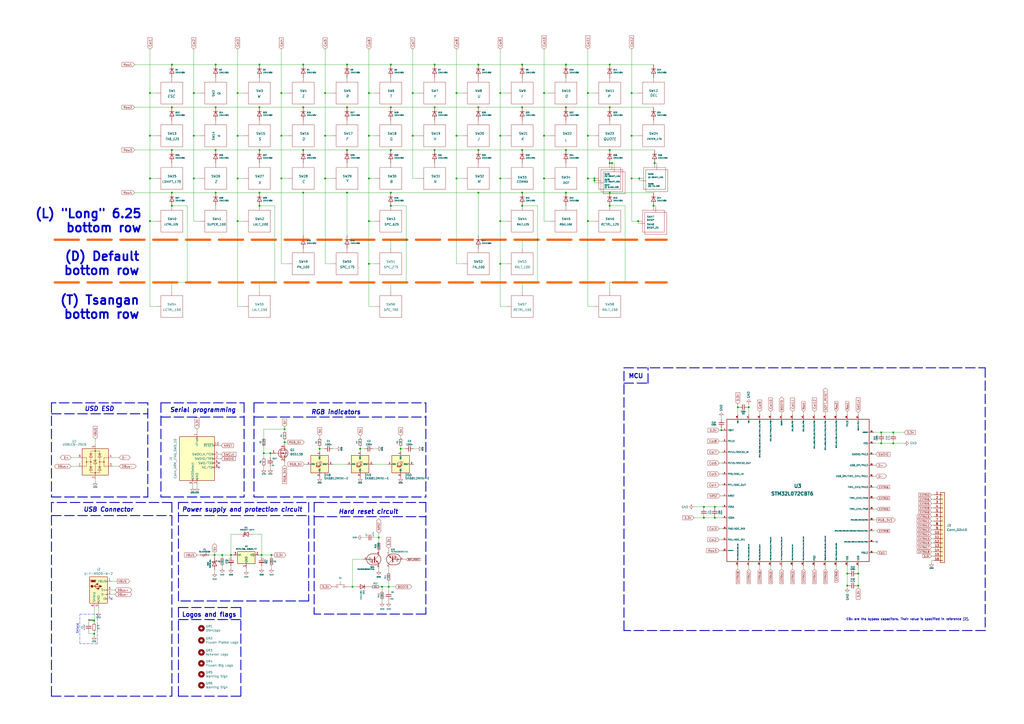
<source format=kicad_sch>
(kicad_sch (version 20200714) (host eeschema "(5.99.0-2387-gc254b331f)")
  (page 1 1)
  (paper "A2")
  (title_block (title "Fluxon") (date "2020-07-24") (rev "V0.3") (company "Designed by Álvaro \"Gondolindrim\" Volpato"))
  (junction (at 54.61 360.045))
  (junction (at 54.61 367.665))
  (junction (at 86.995 53.975))
  (junction (at 86.995 78.74))
  (junction (at 86.995 103.505))
  (junction (at 86.995 128.27))
  (junction (at 99.695 37.465))
  (junction (at 99.695 62.23))
  (junction (at 99.695 86.995))
  (junction (at 99.695 111.76))
  (junction (at 99.695 119.38))
  (junction (at 112.395 53.975))
  (junction (at 112.395 78.74))
  (junction (at 112.395 103.505))
  (junction (at 124.46 321.945))
  (junction (at 125.095 37.465))
  (junction (at 125.095 62.23))
  (junction (at 125.095 86.995))
  (junction (at 125.095 111.76))
  (junction (at 128.905 321.945))
  (junction (at 133.985 321.945))
  (junction (at 137.795 53.975))
  (junction (at 137.795 78.74))
  (junction (at 137.795 103.505))
  (junction (at 137.795 128.27))
  (junction (at 150.495 37.465))
  (junction (at 150.495 62.23))
  (junction (at 150.495 86.995))
  (junction (at 150.495 111.76))
  (junction (at 150.495 119.38))
  (junction (at 151.765 321.945))
  (junction (at 153.035 262.89))
  (junction (at 156.845 262.89))
  (junction (at 157.48 321.945))
  (junction (at 163.195 53.975))
  (junction (at 163.195 78.74))
  (junction (at 163.195 103.505))
  (junction (at 165.1 248.92))
  (junction (at 165.1 256.54))
  (junction (at 175.895 37.465))
  (junction (at 175.895 62.23))
  (junction (at 175.895 86.995))
  (junction (at 175.895 111.76))
  (junction (at 185.42 260.35))
  (junction (at 188.595 53.975))
  (junction (at 188.595 78.74))
  (junction (at 188.595 103.505))
  (junction (at 201.295 37.465))
  (junction (at 201.295 62.23))
  (junction (at 201.295 86.995))
  (junction (at 201.295 111.76))
  (junction (at 204.47 340.36))
  (junction (at 208.915 260.35))
  (junction (at 213.995 53.975))
  (junction (at 213.995 78.74))
  (junction (at 213.995 103.505))
  (junction (at 213.995 128.27))
  (junction (at 213.995 153.035))
  (junction (at 219.71 311.785))
  (junction (at 221.615 340.36))
  (junction (at 225.425 340.36))
  (junction (at 226.695 37.465))
  (junction (at 226.695 62.23))
  (junction (at 226.695 86.995))
  (junction (at 226.695 111.76))
  (junction (at 226.695 119.38))
  (junction (at 232.41 260.35))
  (junction (at 235.585 139.065))
  (junction (at 239.395 53.975))
  (junction (at 239.395 78.74))
  (junction (at 252.095 37.465))
  (junction (at 252.095 62.23))
  (junction (at 252.095 86.995))
  (junction (at 264.795 53.975))
  (junction (at 264.795 78.74))
  (junction (at 264.795 103.505))
  (junction (at 277.495 37.465))
  (junction (at 277.495 62.23))
  (junction (at 277.495 86.995))
  (junction (at 277.495 111.76))
  (junction (at 290.195 53.975))
  (junction (at 290.195 78.74))
  (junction (at 290.195 103.505))
  (junction (at 290.195 128.27))
  (junction (at 290.195 153.035))
  (junction (at 302.895 37.465))
  (junction (at 302.895 62.23))
  (junction (at 302.895 86.995))
  (junction (at 302.895 111.76))
  (junction (at 302.895 119.38))
  (junction (at 311.785 139.065))
  (junction (at 315.595 53.975))
  (junction (at 315.595 78.74))
  (junction (at 315.595 103.505))
  (junction (at 328.295 37.465))
  (junction (at 328.295 62.23))
  (junction (at 328.295 86.995))
  (junction (at 328.295 111.76))
  (junction (at 340.995 53.975))
  (junction (at 340.995 78.74))
  (junction (at 340.995 103.505))
  (junction (at 340.995 128.27))
  (junction (at 344.805 103.505))
  (junction (at 344.805 104.775))
  (junction (at 353.695 37.465))
  (junction (at 353.695 62.23))
  (junction (at 353.695 86.995))
  (junction (at 353.695 94.615))
  (junction (at 353.695 111.76))
  (junction (at 353.695 119.38))
  (junction (at 354.965 94.615))
  (junction (at 366.395 53.975))
  (junction (at 366.395 78.74))
  (junction (at 366.395 103.505))
  (junction (at 370.205 128.27))
  (junction (at 370.84 103.505))
  (junction (at 379.095 119.38))
  (junction (at 379.73 94.615))
  (junction (at 408.305 294.005))
  (junction (at 408.305 300.355))
  (junction (at 414.655 294.005))
  (junction (at 414.655 300.355))
  (junction (at 418.465 249.555))
  (junction (at 427.99 236.22))
  (junction (at 434.34 236.22))
  (junction (at 491.49 332.74))
  (junction (at 491.49 339.725))
  (junction (at 497.84 332.74))
  (junction (at 497.84 339.725))
  (junction (at 511.175 250.825))
  (junction (at 511.175 257.175))
  (junction (at 518.16 250.825))
  (junction (at 518.16 257.175))
  (no_connect (at 127 271.145))
  (no_connect (at 64.77 347.345))
  (no_connect (at 127 268.605))
  (no_connect (at 508.635 314.325))
  (wire (pts (xy 41.275 265.43) (xy 45.085 265.43)))
  (wire (pts (xy 41.275 270.51) (xy 45.085 270.51)))
  (wire (pts (xy 51.435 360.045) (xy 51.435 361.315)))
  (wire (pts (xy 51.435 366.395) (xy 51.435 367.665)))
  (wire (pts (xy 51.435 367.665) (xy 54.61 367.665)))
  (wire (pts (xy 54.61 352.425) (xy 54.61 360.045)))
  (wire (pts (xy 54.61 360.045) (xy 51.435 360.045)))
  (wire (pts (xy 54.61 360.045) (xy 54.61 361.315)))
  (wire (pts (xy 54.61 367.665) (xy 54.61 366.395)))
  (wire (pts (xy 54.61 367.665) (xy 54.61 368.935)))
  (wire (pts (xy 55.245 254.635) (xy 55.245 257.81)))
  (wire (pts (xy 55.245 279.4) (xy 55.245 278.13)))
  (wire (pts (xy 57.15 352.425) (xy 57.15 354.965)))
  (wire (pts (xy 64.77 342.265) (xy 66.675 342.265)))
  (wire (pts (xy 64.77 344.805) (xy 66.675 344.805)))
  (wire (pts (xy 65.405 265.43) (xy 69.215 265.43)))
  (wire (pts (xy 65.405 270.51) (xy 69.215 270.51)))
  (wire (pts (xy 67.945 337.185) (xy 64.77 337.185)))
  (wire (pts (xy 78.105 37.465) (xy 99.695 37.465)))
  (wire (pts (xy 78.105 62.23) (xy 99.695 62.23)))
  (wire (pts (xy 78.105 86.995) (xy 99.695 86.995)))
  (wire (pts (xy 78.105 111.76) (xy 99.695 111.76)))
  (wire (pts (xy 86.995 28.575) (xy 86.995 53.975)))
  (wire (pts (xy 86.995 53.975) (xy 86.995 78.74)))
  (wire (pts (xy 86.995 78.74) (xy 86.995 103.505)))
  (wire (pts (xy 86.995 103.505) (xy 86.995 128.27)))
  (wire (pts (xy 86.995 128.27) (xy 86.995 177.8)))
  (wire (pts (xy 90.805 53.975) (xy 86.995 53.975)))
  (wire (pts (xy 90.805 78.74) (xy 86.995 78.74)))
  (wire (pts (xy 90.805 103.505) (xy 86.995 103.505)))
  (wire (pts (xy 90.805 128.27) (xy 86.995 128.27)))
  (wire (pts (xy 90.805 177.8) (xy 86.995 177.8)))
  (wire (pts (xy 99.695 37.465) (xy 125.095 37.465)))
  (wire (pts (xy 99.695 62.23) (xy 125.095 62.23)))
  (wire (pts (xy 99.695 86.995) (xy 125.095 86.995)))
  (wire (pts (xy 99.695 111.76) (xy 125.095 111.76)))
  (wire (pts (xy 99.695 119.38) (xy 108.585 119.38)))
  (wire (pts (xy 99.695 163.83) (xy 99.695 168.91)))
  (wire (pts (xy 99.695 163.83) (xy 108.585 163.83)))
  (wire (pts (xy 108.585 119.38) (xy 108.585 163.83)))
  (wire (pts (xy 111.76 282.575) (xy 111.76 281.305)))
  (wire (pts (xy 112.395 28.575) (xy 112.395 53.975)))
  (wire (pts (xy 112.395 53.975) (xy 112.395 78.74)))
  (wire (pts (xy 112.395 78.74) (xy 112.395 103.505)))
  (wire (pts (xy 112.395 103.505) (xy 112.395 128.27)))
  (wire (pts (xy 114.3 248.92) (xy 114.3 250.825)))
  (wire (pts (xy 114.3 282.575) (xy 114.3 281.305)))
  (wire (pts (xy 114.3 321.945) (xy 116.205 321.945)))
  (wire (pts (xy 116.205 53.975) (xy 112.395 53.975)))
  (wire (pts (xy 116.205 78.74) (xy 112.395 78.74)))
  (wire (pts (xy 116.205 103.505) (xy 112.395 103.505)))
  (wire (pts (xy 116.205 128.27) (xy 112.395 128.27)))
  (wire (pts (xy 121.285 321.945) (xy 124.46 321.945)))
  (wire (pts (xy 124.46 320.04) (xy 124.46 321.945)))
  (wire (pts (xy 124.46 321.945) (xy 124.46 323.215)))
  (wire (pts (xy 124.46 321.945) (xy 128.905 321.945)))
  (wire (pts (xy 124.46 330.835) (xy 124.46 332.105)))
  (wire (pts (xy 125.095 37.465) (xy 150.495 37.465)))
  (wire (pts (xy 125.095 62.23) (xy 150.495 62.23)))
  (wire (pts (xy 125.095 86.995) (xy 150.495 86.995)))
  (wire (pts (xy 125.095 111.76) (xy 150.495 111.76)))
  (wire (pts (xy 128.27 258.445) (xy 127 258.445)))
  (wire (pts (xy 128.27 263.525) (xy 127 263.525)))
  (wire (pts (xy 128.27 266.065) (xy 127 266.065)))
  (wire (pts (xy 128.905 321.945) (xy 128.905 323.215)))
  (wire (pts (xy 128.905 321.945) (xy 133.985 321.945)))
  (wire (pts (xy 128.905 328.295) (xy 128.905 329.565)))
  (wire (pts (xy 133.985 309.88) (xy 139.065 309.88)))
  (wire (pts (xy 133.985 321.945) (xy 133.985 309.88)))
  (wire (pts (xy 133.985 321.945) (xy 133.985 323.215)))
  (wire (pts (xy 133.985 328.295) (xy 133.985 329.565)))
  (wire (pts (xy 135.255 321.945) (xy 133.985 321.945)))
  (wire (pts (xy 137.795 28.575) (xy 137.795 53.975)))
  (wire (pts (xy 137.795 78.74) (xy 137.795 53.975)))
  (wire (pts (xy 137.795 78.74) (xy 141.605 78.74)))
  (wire (pts (xy 137.795 103.505) (xy 137.795 78.74)))
  (wire (pts (xy 137.795 103.505) (xy 137.795 128.27)))
  (wire (pts (xy 137.795 128.27) (xy 137.795 177.8)))
  (wire (pts (xy 141.605 53.975) (xy 137.795 53.975)))
  (wire (pts (xy 141.605 103.505) (xy 137.795 103.505)))
  (wire (pts (xy 141.605 128.27) (xy 137.795 128.27)))
  (wire (pts (xy 141.605 177.8) (xy 137.795 177.8)))
  (wire (pts (xy 142.875 329.565) (xy 142.875 330.835)))
  (wire (pts (xy 146.685 309.88) (xy 151.765 309.88)))
  (wire (pts (xy 150.495 37.465) (xy 175.895 37.465)))
  (wire (pts (xy 150.495 62.23) (xy 175.895 62.23)))
  (wire (pts (xy 150.495 86.995) (xy 175.895 86.995)))
  (wire (pts (xy 150.495 111.76) (xy 175.895 111.76)))
  (wire (pts (xy 150.495 119.38) (xy 159.385 119.38)))
  (wire (pts (xy 150.495 163.83) (xy 150.495 168.91)))
  (wire (pts (xy 150.495 163.83) (xy 159.385 163.83)))
  (wire (pts (xy 150.495 321.945) (xy 151.765 321.945)))
  (wire (pts (xy 151.765 321.945) (xy 151.765 309.88)))
  (wire (pts (xy 151.765 321.945) (xy 151.765 323.215)))
  (wire (pts (xy 151.765 321.945) (xy 157.48 321.945)))
  (wire (pts (xy 151.765 328.295) (xy 151.765 329.565)))
  (wire (pts (xy 153.035 248.92) (xy 153.035 254)))
  (wire (pts (xy 153.035 248.92) (xy 165.1 248.92)))
  (wire (pts (xy 153.035 259.08) (xy 153.035 262.89)))
  (wire (pts (xy 153.035 262.89) (xy 153.035 265.43)))
  (wire (pts (xy 153.035 262.89) (xy 156.845 262.89)))
  (wire (pts (xy 153.035 270.51) (xy 153.035 271.78)))
  (wire (pts (xy 156.845 262.89) (xy 156.845 265.43)))
  (wire (pts (xy 156.845 262.89) (xy 157.48 262.89)))
  (wire (pts (xy 156.845 270.51) (xy 156.845 271.78)))
  (wire (pts (xy 157.48 321.945) (xy 157.48 323.215)))
  (wire (pts (xy 157.48 321.945) (xy 159.385 321.945)))
  (wire (pts (xy 157.48 328.295) (xy 157.48 329.565)))
  (wire (pts (xy 159.385 119.38) (xy 159.385 163.83)))
  (wire (pts (xy 163.195 28.575) (xy 163.195 53.975)))
  (wire (pts (xy 163.195 53.34) (xy 163.195 53.975)))
  (wire (pts (xy 163.195 53.975) (xy 163.195 78.74)))
  (wire (pts (xy 163.195 78.74) (xy 163.195 103.505)))
  (wire (pts (xy 163.195 103.505) (xy 163.195 153.035)))
  (wire (pts (xy 163.195 153.035) (xy 167.005 153.035)))
  (wire (pts (xy 165.1 247.65) (xy 165.1 248.92)))
  (wire (pts (xy 165.1 248.92) (xy 165.1 250.19)))
  (wire (pts (xy 165.1 255.27) (xy 165.1 256.54)))
  (wire (pts (xy 165.1 256.54) (xy 165.1 257.81)))
  (wire (pts (xy 165.1 267.97) (xy 165.1 269.875)))
  (wire (pts (xy 167.005 53.975) (xy 163.195 53.975)))
  (wire (pts (xy 167.005 78.74) (xy 163.195 78.74)))
  (wire (pts (xy 167.005 103.505) (xy 163.195 103.505)))
  (wire (pts (xy 167.005 256.54) (xy 165.1 256.54)))
  (wire (pts (xy 175.895 37.465) (xy 201.295 37.465)))
  (wire (pts (xy 175.895 62.23) (xy 201.295 62.23)))
  (wire (pts (xy 175.895 86.995) (xy 201.295 86.995)))
  (wire (pts (xy 175.895 111.76) (xy 175.895 136.525)))
  (wire (pts (xy 175.895 111.76) (xy 201.295 111.76)))
  (wire (pts (xy 176.53 269.24) (xy 177.8 269.24)))
  (wire (pts (xy 185.42 252.73) (xy 185.42 254)))
  (wire (pts (xy 185.42 259.08) (xy 185.42 260.35)))
  (wire (pts (xy 185.42 260.35) (xy 185.42 261.62)))
  (wire (pts (xy 185.42 260.35) (xy 187.96 260.35)))
  (wire (pts (xy 188.595 28.575) (xy 188.595 53.975)))
  (wire (pts (xy 188.595 53.975) (xy 188.595 78.74)))
  (wire (pts (xy 188.595 78.74) (xy 188.595 103.505)))
  (wire (pts (xy 188.595 153.035) (xy 188.595 103.505)))
  (wire (pts (xy 192.405 53.975) (xy 188.595 53.975)))
  (wire (pts (xy 192.405 78.74) (xy 188.595 78.74)))
  (wire (pts (xy 192.405 103.505) (xy 188.595 103.505)))
  (wire (pts (xy 192.405 153.035) (xy 188.595 153.035)))
  (wire (pts (xy 193.04 260.35) (xy 194.945 260.35)))
  (wire (pts (xy 193.04 269.24) (xy 201.295 269.24)))
  (wire (pts (xy 201.295 37.465) (xy 226.695 37.465)))
  (wire (pts (xy 201.295 62.23) (xy 226.695 62.23)))
  (wire (pts (xy 201.295 86.995) (xy 226.695 86.995)))
  (wire (pts (xy 201.295 111.76) (xy 226.695 111.76)))
  (wire (pts (xy 201.295 136.525) (xy 201.295 111.76)))
  (wire (pts (xy 202.565 340.36) (xy 204.47 340.36)))
  (wire (pts (xy 204.47 324.485) (xy 210.82 324.485)))
  (wire (pts (xy 204.47 340.36) (xy 204.47 324.485)))
  (wire (pts (xy 204.47 340.36) (xy 206.375 340.36)))
  (wire (pts (xy 208.915 252.73) (xy 208.915 254)))
  (wire (pts (xy 208.915 259.08) (xy 208.915 260.35)))
  (wire (pts (xy 208.915 260.35) (xy 208.915 261.62)))
  (wire (pts (xy 208.915 260.35) (xy 211.455 260.35)))
  (wire (pts (xy 210.185 311.785) (xy 212.09 311.785)))
  (wire (pts (xy 213.995 28.575) (xy 213.995 53.975)))
  (wire (pts (xy 213.995 53.975) (xy 213.995 78.74)))
  (wire (pts (xy 213.995 103.505) (xy 213.995 78.74)))
  (wire (pts (xy 213.995 103.505) (xy 213.995 128.27)))
  (wire (pts (xy 213.995 128.27) (xy 213.995 153.035)))
  (wire (pts (xy 213.995 153.035) (xy 213.995 177.8)))
  (wire (pts (xy 213.995 340.36) (xy 215.265 340.36)))
  (wire (pts (xy 216.535 260.35) (xy 218.44 260.35)))
  (wire (pts (xy 216.535 269.24) (xy 224.79 269.24)))
  (wire (pts (xy 217.17 311.785) (xy 219.71 311.785)))
  (wire (pts (xy 217.805 53.975) (xy 213.995 53.975)))
  (wire (pts (xy 217.805 78.74) (xy 213.995 78.74)))
  (wire (pts (xy 217.805 103.505) (xy 213.995 103.505)))
  (wire (pts (xy 217.805 128.27) (xy 213.995 128.27)))
  (wire (pts (xy 217.805 153.035) (xy 213.995 153.035)))
  (wire (pts (xy 217.805 177.8) (xy 213.995 177.8)))
  (wire (pts (xy 219.71 309.245) (xy 219.71 311.785)))
  (wire (pts (xy 219.71 311.785) (xy 219.71 314.325)))
  (wire (pts (xy 219.71 330.835) (xy 219.71 329.565)))
  (wire (pts (xy 220.345 340.36) (xy 221.615 340.36)))
  (wire (pts (xy 221.615 340.36) (xy 221.615 342.9)))
  (wire (pts (xy 221.615 340.36) (xy 225.425 340.36)))
  (wire (pts (xy 221.615 349.25) (xy 221.615 347.98)))
  (wire (pts (xy 225.425 318.135) (xy 225.425 319.405)))
  (wire (pts (xy 225.425 329.565) (xy 225.425 332.105)))
  (wire (pts (xy 225.425 337.185) (xy 225.425 340.36)))
  (wire (pts (xy 225.425 340.36) (xy 225.425 342.9)))
  (wire (pts (xy 225.425 340.36) (xy 229.235 340.36)))
  (wire (pts (xy 225.425 349.25) (xy 225.425 347.98)))
  (wire (pts (xy 226.695 37.465) (xy 252.095 37.465)))
  (wire (pts (xy 226.695 62.23) (xy 252.095 62.23)))
  (wire (pts (xy 226.695 86.995) (xy 252.095 86.995)))
  (wire (pts (xy 226.695 111.76) (xy 277.495 111.76)))
  (wire (pts (xy 226.695 119.38) (xy 235.585 119.38)))
  (wire (pts (xy 226.695 139.065) (xy 226.695 144.145)))
  (wire (pts (xy 226.695 139.065) (xy 235.585 139.065)))
  (wire (pts (xy 226.695 163.83) (xy 226.695 168.91)))
  (wire (pts (xy 226.695 163.83) (xy 235.585 163.83)))
  (wire (pts (xy 232.41 252.73) (xy 232.41 254)))
  (wire (pts (xy 232.41 259.08) (xy 232.41 260.35)))
  (wire (pts (xy 232.41 260.35) (xy 232.41 261.62)))
  (wire (pts (xy 232.41 260.35) (xy 234.95 260.35)))
  (wire (pts (xy 234.315 324.485) (xy 235.585 324.485)))
  (wire (pts (xy 235.585 119.38) (xy 235.585 139.065)))
  (wire (pts (xy 235.585 139.065) (xy 235.585 163.83)))
  (wire (pts (xy 239.395 28.575) (xy 239.395 53.975)))
  (wire (pts (xy 239.395 53.975) (xy 239.395 78.74)))
  (wire (pts (xy 239.395 103.505) (xy 239.395 78.74)))
  (wire (pts (xy 240.03 260.35) (xy 241.935 260.35)))
  (wire (pts (xy 243.205 53.975) (xy 239.395 53.975)))
  (wire (pts (xy 243.205 78.74) (xy 239.395 78.74)))
  (wire (pts (xy 243.205 103.505) (xy 239.395 103.505)))
  (wire (pts (xy 252.095 37.465) (xy 277.495 37.465)))
  (wire (pts (xy 252.095 62.23) (xy 277.495 62.23)))
  (wire (pts (xy 252.095 86.995) (xy 277.495 86.995)))
  (wire (pts (xy 264.795 28.575) (xy 264.795 53.975)))
  (wire (pts (xy 264.795 53.975) (xy 264.795 78.74)))
  (wire (pts (xy 264.795 78.74) (xy 264.795 103.505)))
  (wire (pts (xy 264.795 153.035) (xy 264.795 103.505)))
  (wire (pts (xy 268.605 53.975) (xy 264.795 53.975)))
  (wire (pts (xy 268.605 78.74) (xy 264.795 78.74)))
  (wire (pts (xy 268.605 103.505) (xy 264.795 103.505)))
  (wire (pts (xy 268.605 153.035) (xy 264.795 153.035)))
  (wire (pts (xy 277.495 37.465) (xy 302.895 37.465)))
  (wire (pts (xy 277.495 62.23) (xy 302.895 62.23)))
  (wire (pts (xy 277.495 86.995) (xy 302.895 86.995)))
  (wire (pts (xy 277.495 111.76) (xy 302.895 111.76)))
  (wire (pts (xy 277.495 136.525) (xy 277.495 111.76)))
  (wire (pts (xy 290.195 28.575) (xy 290.195 53.975)))
  (wire (pts (xy 290.195 53.975) (xy 290.195 78.74)))
  (wire (pts (xy 290.195 78.74) (xy 290.195 103.505)))
  (wire (pts (xy 290.195 103.505) (xy 290.195 128.27)))
  (wire (pts (xy 290.195 128.27) (xy 290.195 153.035)))
  (wire (pts (xy 290.195 153.035) (xy 290.195 177.8)))
  (wire (pts (xy 294.005 53.975) (xy 290.195 53.975)))
  (wire (pts (xy 294.005 78.74) (xy 290.195 78.74)))
  (wire (pts (xy 294.005 103.505) (xy 290.195 103.505)))
  (wire (pts (xy 294.005 128.27) (xy 290.195 128.27)))
  (wire (pts (xy 294.005 153.035) (xy 290.195 153.035)))
  (wire (pts (xy 294.005 177.8) (xy 290.195 177.8)))
  (wire (pts (xy 302.895 37.465) (xy 328.295 37.465)))
  (wire (pts (xy 302.895 62.23) (xy 328.295 62.23)))
  (wire (pts (xy 302.895 86.995) (xy 328.295 86.995)))
  (wire (pts (xy 302.895 111.76) (xy 328.295 111.76)))
  (wire (pts (xy 302.895 139.065) (xy 302.895 144.145)))
  (wire (pts (xy 302.895 139.065) (xy 311.785 139.065)))
  (wire (pts (xy 302.895 163.83) (xy 302.895 168.91)))
  (wire (pts (xy 302.895 163.83) (xy 311.785 163.83)))
  (wire (pts (xy 311.785 119.38) (xy 302.895 119.38)))
  (wire (pts (xy 311.785 119.38) (xy 311.785 139.065)))
  (wire (pts (xy 311.785 139.065) (xy 311.785 163.83)))
  (wire (pts (xy 315.595 28.575) (xy 315.595 53.975)))
  (wire (pts (xy 315.595 53.975) (xy 315.595 78.74)))
  (wire (pts (xy 315.595 78.74) (xy 315.595 103.505)))
  (wire (pts (xy 315.595 103.505) (xy 315.595 128.27)))
  (wire (pts (xy 319.405 53.975) (xy 315.595 53.975)))
  (wire (pts (xy 319.405 78.74) (xy 315.595 78.74)))
  (wire (pts (xy 319.405 103.505) (xy 315.595 103.505)))
  (wire (pts (xy 319.405 128.27) (xy 315.595 128.27)))
  (wire (pts (xy 328.295 37.465) (xy 353.695 37.465)))
  (wire (pts (xy 328.295 62.23) (xy 353.695 62.23)))
  (wire (pts (xy 328.295 86.995) (xy 353.695 86.995)))
  (wire (pts (xy 340.995 28.575) (xy 340.995 53.975)))
  (wire (pts (xy 340.995 53.975) (xy 340.995 78.74)))
  (wire (pts (xy 340.995 78.74) (xy 340.995 103.505)))
  (wire (pts (xy 340.995 103.505) (xy 340.995 128.27)))
  (wire (pts (xy 340.995 128.27) (xy 340.995 177.8)))
  (wire (pts (xy 340.995 128.27) (xy 344.805 128.27)))
  (wire (pts (xy 344.805 53.975) (xy 340.995 53.975)))
  (wire (pts (xy 344.805 78.74) (xy 340.995 78.74)))
  (wire (pts (xy 344.805 103.505) (xy 340.995 103.505)))
  (wire (pts (xy 344.805 104.775) (xy 344.805 103.505)))
  (wire (pts (xy 344.805 106.045) (xy 344.805 104.775)))
  (wire (pts (xy 344.805 177.8) (xy 340.995 177.8)))
  (wire (pts (xy 346.075 104.775) (xy 344.805 104.775)))
  (wire (pts (xy 347.345 106.045) (xy 344.805 106.045)))
  (wire (pts (xy 353.695 37.465) (xy 379.095 37.465)))
  (wire (pts (xy 353.695 62.23) (xy 379.095 62.23)))
  (wire (pts (xy 353.695 86.995) (xy 379.73 86.995)))
  (wire (pts (xy 353.695 94.615) (xy 354.965 94.615)))
  (wire (pts (xy 353.695 111.76) (xy 328.295 111.76)))
  (wire (pts (xy 353.695 111.76) (xy 379.095 111.76)))
  (wire (pts (xy 353.695 119.38) (xy 362.585 119.38)))
  (wire (pts (xy 353.695 163.83) (xy 353.695 168.91)))
  (wire (pts (xy 353.695 163.83) (xy 362.585 163.83)))
  (wire (pts (xy 354.965 95.885) (xy 354.965 94.615)))
  (wire (pts (xy 356.235 94.615) (xy 354.965 94.615)))
  (wire (pts (xy 356.235 97.155) (xy 356.235 94.615)))
  (wire (pts (xy 362.585 119.38) (xy 362.585 163.83)))
  (wire (pts (xy 366.395 28.575) (xy 366.395 53.975)))
  (wire (pts (xy 366.395 53.975) (xy 366.395 78.74)))
  (wire (pts (xy 366.395 78.74) (xy 366.395 103.505)))
  (wire (pts (xy 366.395 103.505) (xy 366.395 128.27)))
  (wire (pts (xy 366.395 103.505) (xy 370.84 103.505)))
  (wire (pts (xy 370.205 53.975) (xy 366.395 53.975)))
  (wire (pts (xy 370.205 78.74) (xy 366.395 78.74)))
  (wire (pts (xy 370.205 128.27) (xy 366.395 128.27)))
  (wire (pts (xy 370.205 128.27) (xy 370.205 129.54)))
  (wire (pts (xy 370.205 129.54) (xy 371.475 129.54)))
  (wire (pts (xy 370.84 104.775) (xy 370.84 103.505)))
  (wire (pts (xy 372.11 104.775) (xy 370.84 104.775)))
  (wire (pts (xy 379.095 119.38) (xy 380.365 119.38)))
  (wire (pts (xy 379.73 94.615) (xy 381 94.615)))
  (wire (pts (xy 380.365 119.38) (xy 380.365 120.65)))
  (wire (pts (xy 381 95.885) (xy 381 94.615)))
  (wire (pts (xy 402.59 294.005) (xy 408.305 294.005)))
  (wire (pts (xy 402.59 300.355) (xy 408.305 300.355)))
  (wire (pts (xy 408.305 294.005) (xy 408.305 294.64)))
  (wire (pts (xy 408.305 294.005) (xy 414.655 294.005)))
  (wire (pts (xy 408.305 299.72) (xy 408.305 300.355)))
  (wire (pts (xy 408.305 300.355) (xy 414.655 300.355)))
  (wire (pts (xy 414.655 294.005) (xy 414.655 294.64)))
  (wire (pts (xy 414.655 300.355) (xy 414.655 299.72)))
  (wire (pts (xy 417.195 249.555) (xy 418.465 249.555)))
  (wire (pts (xy 417.195 255.905) (xy 419.1 255.905)))
  (wire (pts (xy 417.195 262.255) (xy 419.1 262.255)))
  (wire (pts (xy 417.195 268.605) (xy 419.1 268.605)))
  (wire (pts (xy 417.195 274.955) (xy 419.1 274.955)))
  (wire (pts (xy 417.195 281.305) (xy 419.1 281.305)))
  (wire (pts (xy 417.195 306.705) (xy 419.1 306.705)))
  (wire (pts (xy 417.195 313.055) (xy 419.1 313.055)))
  (wire (pts (xy 417.195 319.405) (xy 419.1 319.405)))
  (wire (pts (xy 417.83 287.655) (xy 419.1 287.655)))
  (wire (pts (xy 418.465 243.205) (xy 418.465 241.935)))
  (wire (pts (xy 418.465 249.555) (xy 418.465 248.285)))
  (wire (pts (xy 418.465 249.555) (xy 419.1 249.555)))
  (wire (pts (xy 419.1 294.005) (xy 414.655 294.005)))
  (wire (pts (xy 419.1 300.355) (xy 414.655 300.355)))
  (wire (pts (xy 427.99 234.315) (xy 427.99 236.22)))
  (wire (pts (xy 427.99 236.22) (xy 428.625 236.22)))
  (wire (pts (xy 427.99 240.665) (xy 427.99 236.22)))
  (wire (pts (xy 427.99 330.2) (xy 427.99 328.295)))
  (wire (pts (xy 434.34 234.315) (xy 434.34 236.22)))
  (wire (pts (xy 434.34 236.22) (xy 433.705 236.22)))
  (wire (pts (xy 434.34 240.665) (xy 434.34 236.22)))
  (wire (pts (xy 434.34 330.2) (xy 434.34 328.295)))
  (wire (pts (xy 440.69 238.76) (xy 440.69 240.665)))
  (wire (pts (xy 440.69 330.2) (xy 440.69 328.295)))
  (wire (pts (xy 447.04 238.76) (xy 447.04 240.665)))
  (wire (pts (xy 447.04 330.2) (xy 447.04 328.295)))
  (wire (pts (xy 453.39 238.76) (xy 453.39 240.665)))
  (wire (pts (xy 453.39 330.2) (xy 453.39 328.295)))
  (wire (pts (xy 459.74 238.76) (xy 459.74 240.665)))
  (wire (pts (xy 459.74 330.2) (xy 459.74 328.295)))
  (wire (pts (xy 466.09 238.76) (xy 466.09 240.665)))
  (wire (pts (xy 466.09 330.2) (xy 466.09 328.295)))
  (wire (pts (xy 472.44 238.76) (xy 472.44 240.665)))
  (wire (pts (xy 472.44 330.2) (xy 472.44 328.295)))
  (wire (pts (xy 478.79 238.76) (xy 478.79 240.665)))
  (wire (pts (xy 478.79 330.2) (xy 478.79 328.295)))
  (wire (pts (xy 485.14 238.76) (xy 485.14 240.665)))
  (wire (pts (xy 485.14 330.2) (xy 485.14 328.295)))
  (wire (pts (xy 491.49 238.76) (xy 491.49 240.665)))
  (wire (pts (xy 491.49 328.295) (xy 491.49 332.74)))
  (wire (pts (xy 491.49 332.74) (xy 491.49 339.725)))
  (wire (pts (xy 491.49 332.74) (xy 492.125 332.74)))
  (wire (pts (xy 491.49 339.725) (xy 492.125 339.725)))
  (wire (pts (xy 491.49 340.995) (xy 491.49 339.725)))
  (wire (pts (xy 497.205 339.725) (xy 497.84 339.725)))
  (wire (pts (xy 497.84 239.395) (xy 497.84 240.665)))
  (wire (pts (xy 497.84 328.295) (xy 497.84 332.74)))
  (wire (pts (xy 497.84 332.74) (xy 497.205 332.74)))
  (wire (pts (xy 497.84 332.74) (xy 497.84 339.725)))
  (wire (pts (xy 497.84 340.995) (xy 497.84 339.725)))
  (wire (pts (xy 506.73 250.825) (xy 511.175 250.825)))
  (wire (pts (xy 506.73 257.175) (xy 511.175 257.175)))
  (wire (pts (xy 508 263.525) (xy 506.73 263.525)))
  (wire (pts (xy 508 269.875) (xy 506.73 269.875)))
  (wire (pts (xy 508 276.225) (xy 506.73 276.225)))
  (wire (pts (xy 508.635 282.575) (xy 506.73 282.575)))
  (wire (pts (xy 508.635 288.925) (xy 506.73 288.925)))
  (wire (pts (xy 508.635 295.275) (xy 506.73 295.275)))
  (wire (pts (xy 508.635 301.625) (xy 506.73 301.625)))
  (wire (pts (xy 508.635 307.975) (xy 506.73 307.975)))
  (wire (pts (xy 508.635 314.325) (xy 506.73 314.325)))
  (wire (pts (xy 508.635 320.675) (xy 506.73 320.675)))
  (wire (pts (xy 511.175 250.825) (xy 511.175 251.46)))
  (wire (pts (xy 511.175 250.825) (xy 518.16 250.825)))
  (wire (pts (xy 511.175 257.175) (xy 511.175 256.54)))
  (wire (pts (xy 511.175 257.175) (xy 518.16 257.175)))
  (wire (pts (xy 518.16 250.825) (xy 518.16 251.46)))
  (wire (pts (xy 518.16 250.825) (xy 524.51 250.825)))
  (wire (pts (xy 518.16 256.54) (xy 518.16 257.175)))
  (wire (pts (xy 518.16 257.175) (xy 524.51 257.175)))
  (wire (pts (xy 540.385 287.02) (xy 541.655 287.02)))
  (wire (pts (xy 540.385 289.56) (xy 541.655 289.56)))
  (wire (pts (xy 540.385 292.1) (xy 541.655 292.1)))
  (wire (pts (xy 540.385 294.64) (xy 541.655 294.64)))
  (wire (pts (xy 540.385 297.18) (xy 541.655 297.18)))
  (wire (pts (xy 540.385 299.72) (xy 541.655 299.72)))
  (wire (pts (xy 540.385 302.26) (xy 541.655 302.26)))
  (wire (pts (xy 540.385 304.8) (xy 541.655 304.8)))
  (wire (pts (xy 540.385 307.34) (xy 541.655 307.34)))
  (wire (pts (xy 540.385 309.88) (xy 541.655 309.88)))
  (wire (pts (xy 540.385 312.42) (xy 541.655 312.42)))
  (wire (pts (xy 540.385 314.96) (xy 541.655 314.96)))
  (wire (pts (xy 540.385 317.5) (xy 541.655 317.5)))
  (wire (pts (xy 540.385 320.04) (xy 541.655 320.04)))
  (wire (pts (xy 540.385 322.58) (xy 541.655 322.58)))
  (wire (pts (xy 540.385 325.12) (xy 540.385 326.39)))
  (wire (pts (xy 540.385 325.12) (xy 541.655 325.12)))
  (polyline (pts (xy 29.845 233.68) (xy 29.845 288.29)) (stroke (width 0.508) (type dash)))
  (polyline (pts (xy 29.845 240.03) (xy 85.725 240.03)) (stroke (width 0.508) (type dash)))
  (polyline (pts (xy 29.845 288.29) (xy 85.725 288.29)) (stroke (width 0.508) (type dash)))
  (polyline (pts (xy 29.845 291.465) (xy 29.845 403.86)) (stroke (width 0.508) (type dash)))
  (polyline (pts (xy 29.845 299.085) (xy 99.695 299.085)) (stroke (width 0.508) (type dash)))
  (polyline (pts (xy 29.845 403.86) (xy 99.695 403.86)) (stroke (width 0.508) (type dash)))
  (polyline (pts (xy 31.75 139.065) (xy 386.715 139.065)) (stroke (width 1.27) (type dash) (color 255 87 0 1)))
  (polyline (pts (xy 31.75 163.83) (xy 386.715 163.83)) (stroke (width 1.27) (type dash) (color 255 87 0 1)))
  (polyline (pts (xy 46.355 356.235) (xy 56.515 356.235)) (stroke (width 0) (type dash)))
  (polyline (pts (xy 46.355 373.38) (xy 46.355 356.235)) (stroke (width 0) (type dash)))
  (polyline (pts (xy 56.515 356.235) (xy 56.515 373.38)) (stroke (width 0) (type dash)))
  (polyline (pts (xy 56.515 373.38) (xy 46.355 373.38)) (stroke (width 0) (type dash)))
  (polyline (pts (xy 85.725 233.68) (xy 29.845 233.68)) (stroke (width 0.508) (type dash)))
  (polyline (pts (xy 85.725 288.29) (xy 85.725 233.68)) (stroke (width 0.508) (type dash)))
  (polyline (pts (xy 93.345 233.68) (xy 93.345 288.29)) (stroke (width 0.508) (type dash)))
  (polyline (pts (xy 93.345 233.68) (xy 141.605 233.68)) (stroke (width 0.508) (type dash)))
  (polyline (pts (xy 93.345 241.935) (xy 141.605 241.935)) (stroke (width 0.508) (type dash)))
  (polyline (pts (xy 93.345 288.29) (xy 141.605 288.29)) (stroke (width 0.508) (type dash)))
  (polyline (pts (xy 99.695 291.465) (xy 29.845 291.465)) (stroke (width 0.508) (type dash)))
  (polyline (pts (xy 99.695 403.86) (xy 99.695 291.465)) (stroke (width 0.508) (type dash)))
  (polyline (pts (xy 103.505 291.465) (xy 179.07 291.465)) (stroke (width 0.508) (type dash)))
  (polyline (pts (xy 103.505 299.085) (xy 179.07 299.085)) (stroke (width 0.508) (type dash)))
  (polyline (pts (xy 103.505 348.615) (xy 103.505 291.465)) (stroke (width 0.508) (type dash)))
  (polyline (pts (xy 103.505 352.425) (xy 103.505 403.86)) (stroke (width 0.508) (type dash)))
  (polyline (pts (xy 103.505 352.425) (xy 139.7 352.425)) (stroke (width 0.508) (type dash)))
  (polyline (pts (xy 103.505 359.41) (xy 139.7 359.41)) (stroke (width 0.508) (type dash)))
  (polyline (pts (xy 103.505 403.86) (xy 139.7 403.86)) (stroke (width 0.508) (type dash)))
  (polyline (pts (xy 139.7 352.425) (xy 139.7 403.86)) (stroke (width 0.508) (type dash)))
  (polyline (pts (xy 141.605 233.68) (xy 141.605 288.29)) (stroke (width 0.508) (type dash)))
  (polyline (pts (xy 147.32 233.68) (xy 147.32 288.29)) (stroke (width 0.508) (type dash)))
  (polyline (pts (xy 147.32 233.68) (xy 247.015 233.68)) (stroke (width 0.508) (type dash)))
  (polyline (pts (xy 147.32 241.935) (xy 247.015 241.935)) (stroke (width 0.508) (type dash)))
  (polyline (pts (xy 147.32 288.29) (xy 247.015 288.29)) (stroke (width 0.508) (type dash)))
  (polyline (pts (xy 179.07 291.465) (xy 179.07 348.615)) (stroke (width 0.508) (type dash)))
  (polyline (pts (xy 179.07 348.615) (xy 103.505 348.615)) (stroke (width 0.508) (type dash)))
  (polyline (pts (xy 182.245 291.465) (xy 182.245 356.235)) (stroke (width 0.508) (type dash)))
  (polyline (pts (xy 182.245 291.465) (xy 247.015 291.465)) (stroke (width 0.508) (type dash)))
  (polyline (pts (xy 182.245 299.72) (xy 247.015 299.72)) (stroke (width 0.508) (type dash)))
  (polyline (pts (xy 247.015 233.68) (xy 247.015 288.29)) (stroke (width 0.508) (type dash)))
  (polyline (pts (xy 247.015 291.465) (xy 247.015 356.235)) (stroke (width 0.508) (type dash)))
  (polyline (pts (xy 247.015 356.235) (xy 182.245 356.235)) (stroke (width 0.508) (type dash)))
  (polyline (pts (xy 361.95 213.36) (xy 571.5 213.36)) (stroke (width 0.508) (type dash)))
  (polyline (pts (xy 361.95 222.25) (xy 375.92 222.25)) (stroke (width 0.508) (type dash)))
  (polyline (pts (xy 361.95 365.76) (xy 361.95 213.36)) (stroke (width 0.508) (type dash)))
  (polyline (pts (xy 375.92 222.25) (xy 375.92 213.36)) (stroke (width 0.508) (type dash)))
  (polyline (pts (xy 571.5 213.36) (xy 571.5 365.76)) (stroke (width 0.508) (type dash)))
  (polyline (pts (xy 571.5 365.76) (xy 361.95 365.76)) (stroke (width 0.508) (type dash)))
  (text "Shield" (at 45.72 367.665 90) (effects (font (size 1.27 1.27)) (justify left bottom)))
  (text "USB Connector" (at 48.26 297.18 0) (effects (font (size 2.54 2.54) (thickness 0.508) bold italic) (justify left bottom)))
  (text "USD ESD" (at 48.895 238.76 0) (effects (font (size 2.54 2.54) (thickness 0.508) bold italic) (justify left bottom)))
  (text "(D) Default\nbottom row" (at 81.28 160.02 180) (effects (font (size 5.08 5.08) (thickness 1.016) bold) (justify right bottom)))
  (text "(T) Tsangan\nbottom row" (at 81.28 185.42 180) (effects (font (size 5.08 5.08) (thickness 1.016) bold) (justify right bottom)))
  (text "(L) \"Long\" 6.25\nbottom row" (at 82.55 135.255 180) (effects (font (size 5.08 5.08) (thickness 1.016) bold) (justify right bottom)))
  (text "Serial programming" (at 98.425 239.395 0) (effects (font (size 2.54 2.54) (thickness 0.508) bold italic) (justify left bottom)))
  (text "Power supply and protection circuit" (at 105.41 297.18 0) (effects (font (size 2.54 2.54) (thickness 0.508) bold italic) (justify left bottom)))
  (text "Logos and flags" (at 105.41 358.14 0) (effects (font (size 2.54 2.54) (thickness 0.508) bold) (justify left bottom)))
  (text "RGB indicators" (at 180.34 240.665 0) (effects (font (size 2.54 2.54) (thickness 0.508) bold italic) (justify left bottom)))
  (text "Hard reset circuit" (at 196.215 298.45 0) (effects (font (size 2.54 2.54) (thickness 0.508) bold italic) (justify left bottom)))
  (text "MCU" (at 364.49 219.71 0) (effects (font (size 2.54 2.54) (thickness 0.508) bold) (justify left bottom)))
  (text "CBx are the bypass capacitors. Their value is specified in reference [2]." (at 490.855 360.045 0) (effects (font (size 1.27 1.27) (thickness 0.254) bold) (justify left bottom)))
  (label "SHIELD" (at 53.975 360.045 180) (effects (font (size 0.508 0.508))))
  (global_label "D+" (shape bidirectional) (at 41.275 265.43 180))
  (global_label "DBus+" (shape bidirectional) (at 41.275 270.51 180))
  (global_label "VBUS" (shape input) (at 55.245 254.635 90))
  (global_label "DBus+" (shape bidirectional) (at 66.675 342.265 0))
  (global_label "DBus-" (shape bidirectional) (at 66.675 344.805 0))
  (global_label "VBUS" (shape output) (at 67.945 337.185 0))
  (global_label "D-" (shape bidirectional) (at 69.215 265.43 0))
  (global_label "DBus-" (shape bidirectional) (at 69.215 270.51 0))
  (global_label "Row1" (shape input) (at 78.105 37.465 180))
  (global_label "Row2" (shape input) (at 78.105 62.23 180))
  (global_label "Row3" (shape input) (at 78.105 86.995 180))
  (global_label "Row4" (shape input) (at 78.105 111.76 180))
  (global_label "Col1" (shape input) (at 86.995 28.575 90))
  (global_label "Col2" (shape input) (at 112.395 28.575 90))
  (global_label "3.3V" (shape input) (at 114.3 248.92 90))
  (global_label "VBUS" (shape input) (at 114.3 321.945 180))
  (global_label "5V" (shape output) (at 124.46 320.04 90))
  (global_label "NRST" (shape input) (at 128.27 258.445 0))
  (global_label "SWCLK" (shape input) (at 128.27 263.525 0))
  (global_label "SWDIO" (shape input) (at 128.27 266.065 0))
  (global_label "Col3" (shape input) (at 137.795 28.575 90))
  (global_label "3.3V" (shape output) (at 159.385 321.945 0))
  (global_label "Col4" (shape input) (at 163.195 28.575 90))
  (global_label "5V" (shape input) (at 165.1 247.65 90))
  (global_label "RGB_3V3" (shape input) (at 165.1 269.875 270))
  (global_label "RGB_5V" (shape output) (at 167.005 256.54 0))
  (global_label "RGB_5V" (shape input) (at 176.53 269.24 180))
  (global_label "5V" (shape input) (at 185.42 252.73 90))
  (global_label "Col5" (shape input) (at 188.595 28.575 90))
  (global_label "3.3V" (shape input) (at 192.405 340.36 180))
  (global_label "5V" (shape input) (at 208.915 252.73 90))
  (global_label "Col6" (shape input) (at 213.995 28.575 90))
  (global_label "NRST" (shape bidirectional) (at 219.71 309.245 90))
  (global_label "3.3V" (shape input) (at 225.425 318.135 90))
  (global_label "BOOT0" (shape bidirectional) (at 229.235 340.36 0))
  (global_label "5V" (shape input) (at 232.41 252.73 90))
  (global_label "SOFT_RESET" (shape input) (at 235.585 324.485 0) (effects (font (size 0.762 0.762))))
  (global_label "Col7" (shape input) (at 239.395 28.575 90))
  (global_label "Col8" (shape input) (at 264.795 28.575 90))
  (global_label "Col9" (shape input) (at 290.195 28.575 90))
  (global_label "Col10" (shape input) (at 315.595 28.575 90))
  (global_label "Col11" (shape input) (at 340.995 28.575 90))
  (global_label "Col12" (shape input) (at 366.395 28.575 90))
  (global_label "3.3V" (shape input) (at 402.59 300.355 180))
  (global_label "3.3V" (shape input) (at 417.195 249.555 180))
  (global_label "Col8" (shape input) (at 417.195 255.905 180))
  (global_label "Col7" (shape input) (at 417.195 262.255 180))
  (global_label "Col6" (shape input) (at 417.195 268.605 180))
  (global_label "Col5" (shape input) (at 417.195 274.955 180))
  (global_label "Col4" (shape input) (at 417.195 281.305 180))
  (global_label "Col3" (shape input) (at 417.195 306.705 180))
  (global_label "Col2" (shape input) (at 417.195 313.055 180))
  (global_label "Row3" (shape input) (at 417.195 319.405 180))
  (global_label "NRST" (shape input) (at 417.83 287.655 180))
  (global_label "3.3V" (shape input) (at 427.99 234.315 90))
  (global_label "EXTRA18" (shape input) (at 427.99 330.2 270) (effects (font (size 1.016 1.016))))
  (global_label "EXTRA17" (shape input) (at 434.34 330.2 270) (effects (font (size 1.016 1.016))))
  (global_label "Col9" (shape input) (at 440.69 238.76 90))
  (global_label "EXTRA16" (shape input) (at 440.69 330.2 270) (effects (font (size 1.016 1.016))))
  (global_label "Col10" (shape input) (at 447.04 238.76 90))
  (global_label "EXTRA15" (shape input) (at 447.04 330.2 270) (effects (font (size 1.016 1.016))))
  (global_label "BOOT0" (shape output) (at 453.39 238.76 90))
  (global_label "EXTRA14" (shape input) (at 453.39 330.2 270) (effects (font (size 1.016 1.016))))
  (global_label "Col11" (shape input) (at 459.74 238.76 90))
  (global_label "EXTRA13" (shape input) (at 459.74 330.2 270) (effects (font (size 1.016 1.016))))
  (global_label "Row4" (shape input) (at 466.09 238.76 90) (effects (font (size 1.016 1.016))))
  (global_label "EXTRA12" (shape input) (at 466.09 330.2 270) (effects (font (size 1.016 1.016))))
  (global_label "Col12" (shape input) (at 472.44 238.76 90))
  (global_label "EXTRA11" (shape input) (at 472.44 330.2 270) (effects (font (size 1.016 1.016))))
  (global_label "SOFT_RESET" (shape output) (at 478.79 238.76 90))
  (global_label "EXTRA10" (shape input) (at 478.79 330.2 270) (effects (font (size 1.016 1.016))))
  (global_label "Row2" (shape input) (at 485.14 238.76 90) (effects (font (size 1.016 1.016))))
  (global_label "EXTRA9" (shape input) (at 485.14 330.2 270) (effects (font (size 1.016 1.016))))
  (global_label "Row1" (shape input) (at 491.49 238.76 90) (effects (font (size 1.016 1.016))))
  (global_label "SWCLK" (shape input) (at 497.84 239.395 90))
  (global_label "3.3V" (shape input) (at 497.84 340.995 270))
  (global_label "SWDIO" (shape input) (at 508 263.525 0))
  (global_label "D+" (shape bidirectional) (at 508 269.875 0))
  (global_label "D-" (shape bidirectional) (at 508 276.225 0))
  (global_label "EXTRA6" (shape input) (at 508.635 282.575 0) (effects (font (size 1.016 1.016))))
  (global_label "EXTRA3" (shape input) (at 508.635 288.925 0) (effects (font (size 1.016 1.016))))
  (global_label "EXTRA5" (shape input) (at 508.635 295.275 0) (effects (font (size 1.016 1.016))))
  (global_label "RGB_3V3" (shape output) (at 508.635 301.625 0))
  (global_label "EXTRA8" (shape input) (at 508.635 307.975 0) (effects (font (size 1.016 1.016))))
  (global_label "Col1" (shape input) (at 508.635 320.675 0) (effects (font (size 1.016 1.016))))
  (global_label "3.3V" (shape input) (at 524.51 250.825 0))
  (global_label "EXTRA3" (shape input) (at 540.385 287.02 180) (effects (font (size 1.016 1.016))))
  (global_label "EXTRA6" (shape input) (at 540.385 289.56 180) (effects (font (size 1.016 1.016))))
  (global_label "EXTRA5" (shape input) (at 540.385 292.1 180) (effects (font (size 1.016 1.016))))
  (global_label "EXTRA8" (shape input) (at 540.385 294.64 180) (effects (font (size 1.016 1.016))))
  (global_label "EXTRA9" (shape input) (at 540.385 297.18 180) (effects (font (size 1.016 1.016))))
  (global_label "EXTRA10" (shape input) (at 540.385 299.72 180) (effects (font (size 1.016 1.016))))
  (global_label "EXTRA11" (shape input) (at 540.385 302.26 180) (effects (font (size 1.016 1.016))))
  (global_label "EXTRA12" (shape input) (at 540.385 304.8 180) (effects (font (size 1.016 1.016))))
  (global_label "EXTRA13" (shape input) (at 540.385 307.34 180) (effects (font (size 1.016 1.016))))
  (global_label "EXTRA14" (shape input) (at 540.385 309.88 180) (effects (font (size 1.016 1.016))))
  (global_label "EXTRA15" (shape input) (at 540.385 312.42 180) (effects (font (size 1.016 1.016))))
  (global_label "EXTRA16" (shape input) (at 540.385 314.96 180) (effects (font (size 1.016 1.016))))
  (global_label "EXTRA17" (shape input) (at 540.385 317.5 180) (effects (font (size 1.016 1.016))))
  (global_label "EXTRA18" (shape input) (at 540.385 320.04 180) (effects (font (size 1.016 1.016))))
  (global_label "3.3V" (shape input) (at 540.385 322.58 180) (effects (font (size 1.016 1.016))))
  (symbol (lib_id "power:GND") (at 54.61 368.935 0) (unit 1)
    (property "Reference" "#PWR012" (effects hide))
    (property "Value" "GND" (at 54.61 372.11 0) (effects (font (size 0.7874 0.7874))))
  )
  (symbol (lib_id "power:GND") (at 55.245 279.4 0) (unit 1)
    (property "Reference" "#PWR08" (effects hide))
    (property "Value" "GND" (at 55.245 282.575 0) (effects (font (size 0.7874 0.7874))))
  )
  (symbol (lib_id "power:GND") (at 57.15 354.965 0) (unit 1)
    (property "Reference" "#PWR011" (effects hide))
    (property "Value" "GND" (at 57.15 358.14 0) (effects (font (size 0.7874 0.7874))))
  )
  (symbol (lib_id "power:GND") (at 111.76 282.575 0) (mirror y) (unit 1)
    (property "Reference" "#PWR09" (effects hide))
    (property "Value" "GND" (at 111.76 285.75 0) (effects (font (size 0.762 0.762))))
  )
  (symbol (lib_id "power:GND") (at 114.3 282.575 0) (mirror y) (unit 1)
    (property "Reference" "#PWR010" (effects hide))
    (property "Value" "GND" (at 114.3 285.75 0) (effects (font (size 0.762 0.762))))
  )
  (symbol (lib_id "power:GND") (at 124.46 332.105 0) (unit 1)
    (property "Reference" "#PWR018" (effects hide))
    (property "Value" "GND" (at 125.73 335.915 0) (effects (font (size 0.762 0.762)) (justify right)))
  )
  (symbol (lib_id "power:GND") (at 128.905 329.565 0) (unit 1)
    (property "Reference" "#PWR013" (effects hide))
    (property "Value" "GND" (at 130.175 333.375 0) (effects (font (size 0.762 0.762)) (justify right)))
  )
  (symbol (lib_id "power:GND") (at 133.985 329.565 0) (unit 1)
    (property "Reference" "#PWR014" (effects hide))
    (property "Value" "GND" (at 135.255 333.375 0) (effects (font (size 0.762 0.762)) (justify right)))
  )
  (symbol (lib_id "power:GND") (at 142.875 330.835 0) (unit 1)
    (property "Reference" "#PWR017" (effects hide))
    (property "Value" "GND" (at 144.145 334.645 0) (effects (font (size 0.762 0.762)) (justify right)))
  )
  (symbol (lib_id "power:GND") (at 151.765 329.565 0) (unit 1)
    (property "Reference" "#PWR015" (effects hide))
    (property "Value" "GND" (at 153.035 333.375 0) (effects (font (size 0.762 0.762)) (justify right)))
  )
  (symbol (lib_id "power:GND") (at 153.035 271.78 0) (mirror y) (unit 1)
    (property "Reference" "#PWR07" (effects hide))
    (property "Value" "GND" (at 153.035 274.955 0) (effects (font (size 0.762 0.762))))
  )
  (symbol (lib_id "power:GND") (at 156.845 271.78 0) (mirror y) (unit 1)
    (property "Reference" "#PWR0102" (effects hide))
    (property "Value" "GND" (at 156.845 274.955 0) (effects (font (size 0.762 0.762))))
  )
  (symbol (lib_id "power:GND") (at 157.48 329.565 0) (unit 1)
    (property "Reference" "#PWR016" (effects hide))
    (property "Value" "GND" (at 158.75 333.375 0) (effects (font (size 0.762 0.762)) (justify right)))
  )
  (symbol (lib_id "power:GND") (at 185.42 276.86 0) (mirror y) (unit 1)
    (property "Reference" "#PWR04" (effects hide))
    (property "Value" "GND" (at 185.42 280.035 0) (effects (font (size 0.762 0.762))))
  )
  (symbol (lib_id "power:GND") (at 194.945 260.35 90) (mirror x) (unit 1)
    (property "Reference" "#PWR01" (effects hide))
    (property "Value" "GND" (at 198.12 260.35 0) (effects (font (size 0.762 0.762))))
  )
  (symbol (lib_id "power:GND") (at 208.915 276.86 0) (mirror y) (unit 1)
    (property "Reference" "#PWR05" (effects hide))
    (property "Value" "GND" (at 208.915 280.035 0) (effects (font (size 0.762 0.762))))
  )
  (symbol (lib_id "power:GND") (at 210.185 311.785 270) (mirror x) (unit 1)
    (property "Reference" "#PWR019" (effects hide))
    (property "Value" "GND" (at 205.74 311.785 90) (effects (font (size 0.7874 0.7874))))
  )
  (symbol (lib_id "power:GND") (at 218.44 260.35 90) (mirror x) (unit 1)
    (property "Reference" "#PWR02" (effects hide))
    (property "Value" "GND" (at 221.615 260.35 0) (effects (font (size 0.762 0.762))))
  )
  (symbol (lib_id "power:GND") (at 219.71 330.835 0) (unit 1)
    (property "Reference" "#PWR020" (effects hide))
    (property "Value" "GND" (at 219.71 334.645 0) (effects (font (size 0.7874 0.7874))))
  )
  (symbol (lib_id "power:GND") (at 221.615 349.25 0) (unit 1)
    (property "Reference" "#PWR021" (effects hide))
    (property "Value" "GND" (at 221.742 353.2886 0) (effects (font (size 0.7874 0.7874))))
  )
  (symbol (lib_id "power:GND") (at 225.425 349.25 0) (unit 1)
    (property "Reference" "#PWR022" (effects hide))
    (property "Value" "GND" (at 225.552 353.2886 0) (effects (font (size 0.7874 0.7874))))
  )
  (symbol (lib_id "power:GND") (at 232.41 276.86 0) (mirror y) (unit 1)
    (property "Reference" "#PWR06" (effects hide))
    (property "Value" "GND" (at 232.41 280.035 0) (effects (font (size 0.762 0.762))))
  )
  (symbol (lib_id "power:GND") (at 241.935 260.35 90) (mirror x) (unit 1)
    (property "Reference" "#PWR03" (effects hide))
    (property "Value" "GND" (at 245.11 260.35 0) (effects (font (size 0.762 0.762))))
  )
  (symbol (lib_id "power:GND") (at 402.59 294.005 270) (unit 1)
    (property "Reference" "#PWR026" (effects hide))
    (property "Value" "GND" (at 399.3388 294.132 90) (effects (justify right)))
  )
  (symbol (lib_id "power:GND") (at 418.465 241.935 180) (unit 1)
    (property "Reference" "#PWR024" (effects hide))
    (property "Value" "GND" (at 418.338 238.6838 90) (effects (justify right)))
  )
  (symbol (lib_id "power:GND") (at 434.34 234.315 180) (unit 1)
    (property "Reference" "#PWR023" (effects hide))
    (property "Value" "GND" (at 434.213 231.0638 90) (effects (justify right)))
  )
  (symbol (lib_id "power:GND") (at 491.49 340.995 0) (unit 1)
    (property "Reference" "#PWR027" (effects hide))
    (property "Value" "GND" (at 491.617 344.2462 90) (effects (justify right)))
  )
  (symbol (lib_id "power:GND") (at 524.51 257.175 90) (unit 1)
    (property "Reference" "#PWR025" (effects hide))
    (property "Value" "GND" (at 527.7612 257.048 90) (effects (justify right)))
  )
  (symbol (lib_id "power:GND") (at 540.385 326.39 0) (mirror y) (unit 1)
    (property "Reference" "#PWR0101" (effects hide))
    (property "Value" "GND" (at 540.385 329.565 0) (effects (font (size 0.762 0.762))))
  )
  (symbol (lib_id "Device:R_Small") (at 54.61 363.855 0) (unit 1)
    (property "Reference" "R7" (at 56.1086 363.0676 0) (effects (font (size 0.7874 0.7874)) (justify left)))
    (property "Value" "1M" (at 56.1086 364.6424 0) (effects (font (size 0.7874 0.7874)) (justify left)))
    (property "Footprint" "acheron_Components:R_SMD_1206" (effects hide))
    (property "Package" "R1206" (effects hide))
  )
  (symbol (lib_id "Device:R_Small") (at 128.905 325.755 180) (unit 1)
    (property "Reference" "R8" (at 127 325.755 0) (effects (font (size 0.7874 0.7874))))
    (property "Value" "100k" (at 128.905 325.755 90) (effects (font (size 0.7874 0.7874))))
    (property "Footprint" "acheron_Components:R_SMD_1206" (effects hide))
    (property "Package" "R1206" (effects hide))
  )
  (symbol (lib_id "Device:R_Small") (at 153.035 256.54 0) (mirror x) (unit 1)
    (property "Reference" "R5" (at 151.13 256.54 90) (effects (font (size 0.7874 0.7874))))
    (property "Value" "510R" (at 153.035 256.54 90) (effects (font (size 0.7874 0.7874))))
    (property "Footprint" "acheron_Components:R_SMD_1206" (effects hide))
    (property "Package" "R1206" (effects hide))
  )
  (symbol (lib_id "Device:R_Small") (at 153.035 267.97 0) (mirror x) (unit 1)
    (property "Reference" "R6" (at 151.13 267.97 90) (effects (font (size 0.7874 0.7874))))
    (property "Value" "1k" (at 153.035 267.97 90) (effects (font (size 0.7874 0.7874))))
    (property "Footprint" "acheron_Components:R_SMD_1206" (effects hide))
    (property "Package" "R1206" (effects hide))
  )
  (symbol (lib_id "Device:R_Small") (at 157.48 325.755 0) (mirror x) (unit 1)
    (property "Reference" "R9" (at 159.385 325.755 0) (effects (font (size 0.7874 0.7874))))
    (property "Value" "100k" (at 157.48 325.755 90) (effects (font (size 0.7874 0.7874))))
    (property "Footprint" "acheron_Components:R_SMD_1206" (effects hide))
    (property "Package" "R1206" (effects hide))
  )
  (symbol (lib_id "Device:R_Small") (at 165.1 252.73 0) (mirror x) (unit 1)
    (property "Reference" "R4" (at 163.195 252.73 90) (effects (font (size 0.7874 0.7874))))
    (property "Value" "1k" (at 165.1 252.73 90) (effects (font (size 0.7874 0.7874))))
    (property "Footprint" "acheron_Components:R_SMD_1206" (effects hide))
    (property "Package" "R1206" (effects hide))
  )
  (symbol (lib_id "Device:R_Small") (at 185.42 256.54 180) (unit 1)
    (property "Reference" "R1" (at 183.515 256.54 90) (effects (font (size 0.7874 0.7874))))
    (property "Value" "3R" (at 185.42 256.54 90) (effects (font (size 0.7874 0.7874))))
    (property "Footprint" "acheron_Components:R_SMD_1206" (effects hide))
    (property "Package" "R1206" (effects hide))
  )
  (symbol (lib_id "Device:R_Small") (at 208.915 256.54 0) (mirror y) (unit 1)
    (property "Reference" "R2" (at 207.01 256.54 90) (effects (font (size 0.7874 0.7874))))
    (property "Value" "3R" (at 208.915 256.54 90) (effects (font (size 0.7874 0.7874))))
    (property "Footprint" "acheron_Components:R_SMD_1206" (effects hide))
    (property "Package" "R1206" (effects hide))
  )
  (symbol (lib_id "Device:R_Small") (at 217.805 340.36 270) (mirror x) (unit 1)
    (property "Reference" "R12" (at 217.805 338.455 90) (effects (font (size 0.7874 0.7874))))
    (property "Value" "33k" (at 217.805 340.36 90) (effects (font (size 0.7874 0.7874))))
    (property "Footprint" "acheron_Components:R_SMD_1206" (effects hide))
    (property "Package" "R1206" (effects hide))
  )
  (symbol (lib_id "Device:R_Small") (at 219.71 316.865 0) (mirror x) (unit 1)
    (property "Reference" "R10" (at 217.805 316.865 90) (effects (font (size 0.7874 0.7874))))
    (property "Value" "100R" (at 219.71 316.865 90) (effects (font (size 0.7874 0.7874))))
    (property "Footprint" "acheron_Components:R_SMD_1206" (effects hide))
    (property "Package" "R1206" (effects hide))
  )
  (symbol (lib_id "Device:R_Small") (at 221.615 345.44 0) (mirror x) (unit 1)
    (property "Reference" "R13" (at 219.71 345.44 90) (effects (font (size 0.7874 0.7874))))
    (property "Value" "100k" (at 221.615 345.44 90) (effects (font (size 0.7874 0.7874))))
    (property "Footprint" "acheron_Components:R_SMD_1206" (effects hide))
    (property "Package" "R1206" (effects hide))
  )
  (symbol (lib_id "Device:R_Small") (at 225.425 334.645 0) (mirror y) (unit 1)
    (property "Reference" "R11" (at 223.52 334.645 90) (effects (font (size 0.7874 0.7874))))
    (property "Value" "100" (at 225.425 334.645 90) (effects (font (size 0.7874 0.7874))))
    (property "Footprint" "acheron_Components:R_SMD_1206" (effects hide))
    (property "Package" "R1206" (effects hide))
  )
  (symbol (lib_id "Device:R_Small") (at 232.41 256.54 180) (unit 1)
    (property "Reference" "R3" (at 230.505 256.54 90) (effects (font (size 0.7874 0.7874))))
    (property "Value" "3R" (at 232.41 256.54 90) (effects (font (size 0.7874 0.7874))))
    (property "Footprint" "acheron_Components:R_SMD_1206" (effects hide))
    (property "Package" "R1206" (effects hide))
  )
  (symbol (lib_id "Device:Polyfuse_Small") (at 118.745 321.945 270) (unit 1)
    (property "Reference" "F1" (at 118.745 318.77 90) (effects (font (size 0.762 0.762))))
    (property "Value" "SL1210150" (at 118.745 320.04 90) (effects (font (size 0.762 0.762))))
    (property "Footprint" "Fuse:Fuse_1210_3225Metric" (effects hide))
    (property "Package" "F1210" (effects hide))
    (property "Manufacturer Part Number" "SL1210150" (effects hide))
    (property "LCSC Part Number" "C70175" (effects hide))
  )
  (symbol (lib_id "Mechanical:MountingHole") (at 116.84 364.49 0) (unit 1)
    (property "Reference" "GR1" (at 119.38 363.3216 0) (effects (justify left)))
    (property "Value" "OSHLogo" (at 119.38 365.633 0) (effects (justify left)))
    (property "Footprint" "acheron_Graphics:osh-logo" (effects hide))
  )
  (symbol (lib_id "Mechanical:MountingHole") (at 116.84 371.475 0) (unit 1)
    (property "Reference" "GR2" (at 119.38 370.3066 0) (effects (justify left)))
    (property "Value" "Fluxon Plated Logo" (at 119.38 372.618 0) (effects (justify left)))
    (property "Footprint" "fluxon_graphics:fluxon_logo" (effects hide))
  )
  (symbol (lib_id "Mechanical:MountingHole") (at 116.84 378.46 0) (unit 1)
    (property "Reference" "GR3" (at 119.38 377.2916 0) (effects (justify left)))
    (property "Value" "Acheron Logo" (at 119.38 379.603 0) (effects (justify left)))
    (property "Footprint" "acheron_Logos:acheronLong" (effects hide))
  )
  (symbol (lib_id "Mechanical:MountingHole") (at 116.84 384.81 0) (unit 1)
    (property "Reference" "GR4" (at 119.38 383.6416 0) (effects (justify left)))
    (property "Value" "Fluxon Big Logo" (at 119.38 385.953 0) (effects (justify left)))
    (property "Footprint" "fluxon_graphics:fluxon_logo_220x56.8mm" (effects hide))
  )
  (symbol (lib_id "Mechanical:MountingHole") (at 116.84 391.16 0) (unit 1)
    (property "Reference" "GR5" (at 119.38 389.9916 0) (effects (justify left)))
    (property "Value" "Warning Sign" (at 119.38 392.303 0) (effects (justify left)))
    (property "Footprint" "acheron_Graphics:warning_sign_3.6x3.2mm" (effects hide))
  )
  (symbol (lib_id "Mechanical:MountingHole") (at 116.84 397.51 0) (unit 1)
    (property "Reference" "GR6" (at 119.38 396.3416 0) (effects (justify left)))
    (property "Value" "Warning Sign" (at 119.38 398.653 0) (effects (justify left)))
    (property "Footprint" "acheron_Graphics:warning_sign_3.6x3.2mm" (effects hide))
  )
  (symbol (lib_id "Device:CP_Small") (at 133.985 325.755 0) (unit 1)
    (property "Reference" "C5" (at 131.445 325.12 0) (effects (font (size 0.762 0.762))))
    (property "Value" "1u" (at 131.445 326.39 0) (effects (font (size 0.7874 0.7874))))
    (property "Footprint" "acheron_Components:CP_EIA-3216-10_Kemet-I_Pad1.58x1.35mm_HandSolder" (effects hide))
    (property "Package" "CT3216" (effects hide))
  )
  (symbol (lib_id "Device:CP_Small") (at 151.765 325.755 0) (mirror y) (unit 1)
    (property "Reference" "C6" (at 154.305 326.39 0) (effects (font (size 0.762 0.762))))
    (property "Value" "1u" (at 154.305 325.12 0) (effects (font (size 0.9906 0.9906))))
    (property "Footprint" "acheron_Components:CP_EIA-3216-10_Kemet-I_Pad1.58x1.35mm_HandSolder" (effects hide))
    (property "Package" "CT3216" (effects hide))
  )
  (symbol (lib_id "Device:C_Small") (at 51.435 363.855 180) (unit 1)
    (property "Reference" "C4" (at 47.625 363.855 90) (effects (font (size 0.7874 0.7874))))
    (property "Value" "4.7nF" (at 48.895 363.855 90) (effects (font (size 0.7874 0.7874))))
    (property "Footprint" "Capacitor_SMD:C_0805_2012Metric" (effects hide))
    (property "Package" "C0805" (effects hide))
  )
  (symbol (lib_id "Device:C_Small") (at 156.845 267.97 180) (unit 1)
    (property "Reference" "C17" (at 158.115 266.065 0) (effects (font (size 0.7874 0.7874)) (justify right)))
    (property "Value" "1u" (at 157.48 269.875 0) (effects (font (size 0.7874 0.7874)) (justify right)))
    (property "Footprint" "Capacitor_SMD:C_0805_2012Metric_Pad1.15x1.40mm_HandSolder" (effects hide))
    (property "Package" "C0805" (effects hide))
  )
  (symbol (lib_id "Device:C_Small") (at 190.5 260.35 270) (unit 1)
    (property "Reference" "C1" (at 190.5 255.905 90) (effects (font (size 0.9906 0.9906))))
    (property "Value" "100n" (at 190.5 257.81 90) (effects (font (size 0.9906 0.9906))))
    (property "Footprint" "Capacitor_SMD:C_0805_2012Metric_Pad1.15x1.40mm_HandSolder" (effects hide))
    (property "Package" "C0805" (effects hide))
  )
  (symbol (lib_id "Device:C_Small") (at 213.995 260.35 270) (unit 1)
    (property "Reference" "C2" (at 213.995 255.905 90) (effects (font (size 0.9906 0.9906))))
    (property "Value" "100n" (at 213.995 257.81 90) (effects (font (size 0.9906 0.9906))))
    (property "Footprint" "Capacitor_SMD:C_0805_2012Metric_Pad1.15x1.40mm_HandSolder" (effects hide))
    (property "Package" "C0805" (effects hide))
  )
  (symbol (lib_id "Device:C_Small") (at 214.63 311.785 270) (mirror x) (unit 1)
    (property "Reference" "C7" (at 212.725 311.15 0) (effects (font (size 0.7874 0.7874)) (justify left)))
    (property "Value" "4.7n" (at 216.535 308.61 0) (effects (font (size 0.7874 0.7874)) (justify right)))
    (property "Footprint" "Capacitor_SMD:C_0805_2012Metric_Pad1.15x1.40mm_HandSolder" (effects hide))
    (property "Package" "C0805" (effects hide))
  )
  (symbol (lib_id "Device:C_Small") (at 225.425 345.44 180) (unit 1)
    (property "Reference" "C8" (at 226.695 343.535 0) (effects (font (size 0.7874 0.7874)) (justify right)))
    (property "Value" "10u" (at 226.06 347.345 0) (effects (font (size 0.7874 0.7874)) (justify right)))
    (property "Footprint" "Capacitor_SMD:C_0805_2012Metric_Pad1.15x1.40mm_HandSolder" (effects hide))
    (property "Package" "C0805" (effects hide))
  )
  (symbol (lib_id "Device:C_Small") (at 237.49 260.35 270) (unit 1)
    (property "Reference" "C3" (at 237.49 255.905 90) (effects (font (size 0.9906 0.9906))))
    (property "Value" "100n" (at 237.49 257.81 90) (effects (font (size 0.9906 0.9906))))
    (property "Footprint" "Capacitor_SMD:C_0805_2012Metric_Pad1.15x1.40mm_HandSolder" (effects hide))
    (property "Package" "C0805" (effects hide))
  )
  (symbol (lib_id "Device:C_Small") (at 408.305 297.18 0) (unit 1)
    (property "Reference" "C13" (at 412.115 297.18 90) (effects (font (size 0.7874 0.7874))))
    (property "Value" "1u" (at 410.845 297.18 90) (effects (font (size 0.7874 0.7874))))
    (property "Footprint" "Capacitor_SMD:C_0402_1005Metric" (effects hide))
    (property "Package" "C0402" (effects hide))
  )
  (symbol (lib_id "Device:C_Small") (at 414.655 297.18 0) (unit 1)
    (property "Reference" "C14" (at 418.465 297.18 90) (effects (font (size 0.7874 0.7874))))
    (property "Value" "10n" (at 417.195 297.18 90) (effects (font (size 0.7874 0.7874))))
    (property "Footprint" "Capacitor_SMD:C_0402_1005Metric" (effects hide))
    (property "Package" "C0402" (effects hide))
  )
  (symbol (lib_id "Device:C_Small") (at 418.465 245.745 180) (unit 1)
    (property "Reference" "C10" (at 414.02 245.11 0) (effects (font (size 0.7874 0.7874))))
    (property "Value" "100n" (at 414.02 246.38 0) (effects (font (size 0.7874 0.7874))))
    (property "Footprint" "Capacitor_SMD:C_0402_1005Metric" (effects hide))
    (property "Package" "C0402" (effects hide))
  )
  (symbol (lib_id "Device:C_Small") (at 431.165 236.22 270) (unit 1)
    (property "Reference" "C9" (at 431.165 240.03 90) (effects (font (size 0.7874 0.7874))))
    (property "Value" "100n" (at 431.165 238.76 90) (effects (font (size 0.7874 0.7874))))
    (property "Footprint" "Capacitor_SMD:C_0402_1005Metric" (effects hide))
    (property "Package" "C0402" (effects hide))
  )
  (symbol (lib_id "Device:C_Small") (at 494.665 332.74 90) (unit 1)
    (property "Reference" "C15" (at 494.665 328.93 90) (effects (font (size 0.7874 0.7874))))
    (property "Value" "100n" (at 494.665 330.2 90) (effects (font (size 0.7874 0.7874))))
    (property "Footprint" "Capacitor_SMD:C_0402_1005Metric" (effects hide))
    (property "Package" "C0402" (effects hide))
  )
  (symbol (lib_id "Device:C_Small") (at 494.665 339.725 90) (unit 1)
    (property "Reference" "C16" (at 494.665 335.915 90) (effects (font (size 0.7874 0.7874))))
    (property "Value" "4.7u" (at 494.665 337.185 90) (effects (font (size 0.7874 0.7874))))
    (property "Footprint" "Capacitor_SMD:C_0402_1005Metric" (effects hide))
    (property "Package" "C0402" (effects hide))
  )
  (symbol (lib_id "Device:C_Small") (at 511.175 254 180) (unit 1)
    (property "Reference" "C11" (at 507.365 254 90) (effects (font (size 0.7874 0.7874))))
    (property "Value" "100n" (at 508.635 254 90) (effects (font (size 0.7874 0.7874))))
    (property "Footprint" "Capacitor_SMD:C_0402_1005Metric" (effects hide))
    (property "Package" "C0402" (effects hide))
  )
  (symbol (lib_id "Device:C_Small") (at 518.16 254 180) (unit 1)
    (property "Reference" "C12" (at 514.35 254 90) (effects (font (size 0.7874 0.7874))))
    (property "Value" "4.7u" (at 515.62 254 90) (effects (font (size 0.7874 0.7874))))
    (property "Footprint" "Capacitor_SMD:C_0402_1005Metric" (effects hide))
    (property "Package" "C0402" (effects hide))
  )
  (symbol (lib_id "Device:D") (at 99.695 41.275 270) (unit 1)
    (property "Reference" "D1" (at 101.7016 40.4876 90) (effects (font (size 0.7874 0.7874)) (justify left)))
    (property "Value" "1N4148W" (at 101.7016 42.0624 90) (effects (font (size 0.7874 0.7874)) (justify left)))
    (property "Footprint" "acheron_Components:D_SOD-123" (effects hide))
    (property "Package" "SOD-123" (effects hide))
  )
  (symbol (lib_id "Device:D") (at 99.695 66.04 270) (unit 1)
    (property "Reference" "D13" (at 101.7016 65.2526 90) (effects (font (size 0.7874 0.7874)) (justify left)))
    (property "Value" "1N4148W" (at 101.7016 66.8274 90) (effects (font (size 0.7874 0.7874)) (justify left)))
    (property "Footprint" "acheron_Components:D_SOD-123" (effects hide))
    (property "Package" "SOD-123" (effects hide))
  )
  (symbol (lib_id "Device:D") (at 99.695 90.805 270) (unit 1)
    (property "Reference" "D25" (at 101.7016 90.0176 90) (effects (font (size 0.7874 0.7874)) (justify left)))
    (property "Value" "1N4148W" (at 101.7016 91.5924 90) (effects (font (size 0.7874 0.7874)) (justify left)))
    (property "Footprint" "acheron_Components:D_SOD-123" (effects hide))
    (property "Package" "SOD-123" (effects hide))
  )
  (symbol (lib_id "Device:D") (at 99.695 115.57 270) (unit 1)
    (property "Reference" "D37" (at 101.7016 114.7826 90) (effects (font (size 0.7874 0.7874)) (justify left)))
    (property "Value" "1N4148W" (at 101.7016 116.3574 90) (effects (font (size 0.7874 0.7874)) (justify left)))
    (property "Footprint" "acheron_Components:D_SOD-123" (effects hide))
    (property "Package" "SOD-123" (effects hide))
  )
  (symbol (lib_id "Device:D_Schottky") (at 124.46 327.025 270) (unit 1)
    (property "Reference" "D52" (at 120.65 327.025 0) (effects (font (size 0.762 0.762))))
    (property "Value" "SMF6.0A" (at 121.92 327.025 0) (effects (font (size 0.762 0.762))))
    (property "Footprint" "acheron_Components:D_SOD-123" (effects hide))
    (property "Package" "SOD-123" (effects hide))
    (property "LCSC Part Number" "C123790" (effects hide))
    (property "Manufacturer" "Microdiode Electronics" (effects hide))
    (property "Manufacturer Part Number" "SMF6.0A" (effects hide))
  )
  (symbol (lib_id "Device:D") (at 125.095 41.275 270) (unit 1)
    (property "Reference" "D2" (at 127.1016 40.4876 90) (effects (font (size 0.7874 0.7874)) (justify left)))
    (property "Value" "1N4148W" (at 127.1016 42.0624 90) (effects (font (size 0.7874 0.7874)) (justify left)))
    (property "Footprint" "acheron_Components:D_SOD-123" (effects hide))
    (property "Package" "SOD-123" (effects hide))
  )
  (symbol (lib_id "Device:D") (at 125.095 66.04 270) (unit 1)
    (property "Reference" "D14" (at 127.1016 65.2526 90) (effects (font (size 0.7874 0.7874)) (justify left)))
    (property "Value" "1N4148W" (at 127.1016 66.8274 90) (effects (font (size 0.7874 0.7874)) (justify left)))
    (property "Footprint" "acheron_Components:D_SOD-123" (effects hide))
    (property "Package" "SOD-123" (effects hide))
  )
  (symbol (lib_id "Device:D") (at 125.095 90.805 270) (unit 1)
    (property "Reference" "D26" (at 127.1016 90.0176 90) (effects (font (size 0.7874 0.7874)) (justify left)))
    (property "Value" "1N4148W" (at 127.1016 91.5924 90) (effects (font (size 0.7874 0.7874)) (justify left)))
    (property "Footprint" "acheron_Components:D_SOD-123" (effects hide))
    (property "Package" "SOD-123" (effects hide))
  )
  (symbol (lib_id "Device:D") (at 125.095 115.57 270) (unit 1)
    (property "Reference" "D38" (at 127.1016 114.7826 90) (effects (font (size 0.7874 0.7874)) (justify left)))
    (property "Value" "1N4148W" (at 127.1016 116.3574 90) (effects (font (size 0.7874 0.7874)) (justify left)))
    (property "Footprint" "acheron_Components:D_SOD-123" (effects hide))
    (property "Package" "SOD-123" (effects hide))
  )
  (symbol (lib_id "Device:D_Schottky") (at 142.875 309.88 0) (mirror x) (unit 1)
    (property "Reference" "D51" (at 141.605 306.07 0) (effects (font (size 0.762 0.762)) (justify left)))
    (property "Value" "RB060M-60TR" (at 139.065 307.34 0) (effects (font (size 0.762 0.762)) (justify left)))
    (property "Footprint" "acheron_Components:D_SOD-123" (effects hide))
    (property "Package" "SOD-123" (effects hide))
    (property "LCSC Part Number" "C114257" (effects hide))
    (property "Manufacturer" "ROHM Semicon" (effects hide))
    (property "Manufacturer Part Number" "RB060M-60TR" (effects hide))
  )
  (symbol (lib_id "Device:D") (at 150.495 41.275 270) (unit 1)
    (property "Reference" "D3" (at 152.5016 40.4876 90) (effects (font (size 0.7874 0.7874)) (justify left)))
    (property "Value" "1N4148W" (at 152.5016 42.0624 90) (effects (font (size 0.7874 0.7874)) (justify left)))
    (property "Footprint" "acheron_Components:D_SOD-123" (effects hide))
    (property "Package" "SOD-123" (effects hide))
  )
  (symbol (lib_id "Device:D") (at 150.495 66.04 270) (unit 1)
    (property "Reference" "D15" (at 152.5016 65.2526 90) (effects (font (size 0.7874 0.7874)) (justify left)))
    (property "Value" "1N4148W" (at 152.5016 66.8274 90) (effects (font (size 0.7874 0.7874)) (justify left)))
    (property "Footprint" "acheron_Components:D_SOD-123" (effects hide))
    (property "Package" "SOD-123" (effects hide))
  )
  (symbol (lib_id "Device:D") (at 150.495 90.805 270) (unit 1)
    (property "Reference" "D27" (at 152.5016 90.0176 90) (effects (font (size 0.7874 0.7874)) (justify left)))
    (property "Value" "1N4148W" (at 152.5016 91.5924 90) (effects (font (size 0.7874 0.7874)) (justify left)))
    (property "Footprint" "acheron_Components:D_SOD-123" (effects hide))
    (property "Package" "SOD-123" (effects hide))
  )
  (symbol (lib_id "Device:D") (at 150.495 115.57 270) (unit 1)
    (property "Reference" "D39" (at 152.5016 114.7826 90) (effects (font (size 0.7874 0.7874)) (justify left)))
    (property "Value" "1N4148W" (at 152.5016 116.3574 90) (effects (font (size 0.7874 0.7874)) (justify left)))
    (property "Footprint" "acheron_Components:D_SOD-123" (effects hide))
    (property "Package" "SOD-123" (effects hide))
  )
  (symbol (lib_id "Device:D") (at 175.895 41.275 270) (unit 1)
    (property "Reference" "D4" (at 177.9016 40.4876 90) (effects (font (size 0.7874 0.7874)) (justify left)))
    (property "Value" "1N4148W" (at 177.9016 42.0624 90) (effects (font (size 0.7874 0.7874)) (justify left)))
    (property "Footprint" "acheron_Components:D_SOD-123" (effects hide))
    (property "Package" "SOD-123" (effects hide))
  )
  (symbol (lib_id "Device:D") (at 175.895 66.04 270) (unit 1)
    (property "Reference" "D16" (at 177.9016 65.2526 90) (effects (font (size 0.7874 0.7874)) (justify left)))
    (property "Value" "1N4148W" (at 177.9016 66.8274 90) (effects (font (size 0.7874 0.7874)) (justify left)))
    (property "Footprint" "acheron_Components:D_SOD-123" (effects hide))
    (property "Package" "SOD-123" (effects hide))
  )
  (symbol (lib_id "Device:D") (at 175.895 90.805 270) (unit 1)
    (property "Reference" "D28" (at 177.9016 90.0176 90) (effects (font (size 0.7874 0.7874)) (justify left)))
    (property "Value" "1N4148W" (at 177.9016 91.5924 90) (effects (font (size 0.7874 0.7874)) (justify left)))
    (property "Footprint" "acheron_Components:D_SOD-123" (effects hide))
    (property "Package" "SOD-123" (effects hide))
  )
  (symbol (lib_id "Device:D") (at 175.895 140.335 270) (unit 1)
    (property "Reference" "D45" (at 177.9016 139.5476 90) (effects (font (size 0.7874 0.7874)) (justify left)))
    (property "Value" "1N4148W" (at 177.9016 141.1224 90) (effects (font (size 0.7874 0.7874)) (justify left)))
    (property "Footprint" "acheron_Components:D_SOD-123" (effects hide))
    (property "Package" "SOD-123" (effects hide))
  )
  (symbol (lib_id "Device:D") (at 201.295 41.275 270) (unit 1)
    (property "Reference" "D5" (at 203.3016 40.4876 90) (effects (font (size 0.7874 0.7874)) (justify left)))
    (property "Value" "1N4148W" (at 203.3016 42.0624 90) (effects (font (size 0.7874 0.7874)) (justify left)))
    (property "Footprint" "acheron_Components:D_SOD-123" (effects hide))
    (property "Package" "SOD-123" (effects hide))
  )
  (symbol (lib_id "Device:D") (at 201.295 66.04 270) (unit 1)
    (property "Reference" "D17" (at 203.3016 65.2526 90) (effects (font (size 0.7874 0.7874)) (justify left)))
    (property "Value" "1N4148W" (at 203.3016 66.8274 90) (effects (font (size 0.7874 0.7874)) (justify left)))
    (property "Footprint" "acheron_Components:D_SOD-123" (effects hide))
    (property "Package" "SOD-123" (effects hide))
  )
  (symbol (lib_id "Device:D") (at 201.295 90.805 270) (unit 1)
    (property "Reference" "D29" (at 203.3016 90.0176 90) (effects (font (size 0.7874 0.7874)) (justify left)))
    (property "Value" "1N4148W" (at 203.3016 91.5924 90) (effects (font (size 0.7874 0.7874)) (justify left)))
    (property "Footprint" "acheron_Components:D_SOD-123" (effects hide))
    (property "Package" "SOD-123" (effects hide))
  )
  (symbol (lib_id "Device:D") (at 201.295 140.335 270) (unit 1)
    (property "Reference" "D46" (at 203.3016 139.5476 90) (effects (font (size 0.7874 0.7874)) (justify left)))
    (property "Value" "1N4148W" (at 203.3016 141.1224 90) (effects (font (size 0.7874 0.7874)) (justify left)))
    (property "Footprint" "acheron_Components:D_SOD-123" (effects hide))
    (property "Package" "SOD-123" (effects hide))
  )
  (symbol (lib_id "Device:D") (at 210.185 340.36 180) (unit 1)
    (property "Reference" "D53" (at 210.9724 342.3666 90) (effects (font (size 0.7874 0.7874)) (justify left)))
    (property "Value" "1N4148W" (at 209.3976 342.3666 90) (effects (font (size 0.7874 0.7874)) (justify left)))
    (property "Footprint" "acheron_Components:D_SOD-123" (effects hide))
    (property "Package" "SOD-123" (effects hide))
  )
  (symbol (lib_id "Device:D") (at 226.695 41.275 270) (unit 1)
    (property "Reference" "D6" (at 228.7016 40.4876 90) (effects (font (size 0.7874 0.7874)) (justify left)))
    (property "Value" "1N4148W" (at 228.7016 42.0624 90) (effects (font (size 0.7874 0.7874)) (justify left)))
    (property "Footprint" "acheron_Components:D_SOD-123" (effects hide))
    (property "Package" "SOD-123" (effects hide))
  )
  (symbol (lib_id "Device:D") (at 226.695 66.04 270) (unit 1)
    (property "Reference" "D18" (at 228.7016 65.2526 90) (effects (font (size 0.7874 0.7874)) (justify left)))
    (property "Value" "1N4148W" (at 228.7016 66.8274 90) (effects (font (size 0.7874 0.7874)) (justify left)))
    (property "Footprint" "acheron_Components:D_SOD-123" (effects hide))
    (property "Package" "SOD-123" (effects hide))
  )
  (symbol (lib_id "Device:D") (at 226.695 90.805 270) (unit 1)
    (property "Reference" "D30" (at 228.7016 90.0176 90) (effects (font (size 0.7874 0.7874)) (justify left)))
    (property "Value" "1N4148W" (at 228.7016 91.5924 90) (effects (font (size 0.7874 0.7874)) (justify left)))
    (property "Footprint" "acheron_Components:D_SOD-123" (effects hide))
    (property "Package" "SOD-123" (effects hide))
  )
  (symbol (lib_id "Device:D") (at 226.695 115.57 270) (unit 1)
    (property "Reference" "D40" (at 228.7016 114.7826 90) (effects (font (size 0.7874 0.7874)) (justify left)))
    (property "Value" "1N4148W" (at 228.7016 116.3574 90) (effects (font (size 0.7874 0.7874)) (justify left)))
    (property "Footprint" "acheron_Components:D_SOD-123" (effects hide))
    (property "Package" "SOD-123" (effects hide))
  )
  (symbol (lib_id "Device:D") (at 252.095 41.275 270) (unit 1)
    (property "Reference" "D7" (at 254.1016 40.4876 90) (effects (font (size 0.7874 0.7874)) (justify left)))
    (property "Value" "1N4148W" (at 254.1016 42.0624 90) (effects (font (size 0.7874 0.7874)) (justify left)))
    (property "Footprint" "acheron_Components:D_SOD-123" (effects hide))
    (property "Package" "SOD-123" (effects hide))
  )
  (symbol (lib_id "Device:D") (at 252.095 66.04 270) (unit 1)
    (property "Reference" "D19" (at 254.1016 65.2526 90) (effects (font (size 0.7874 0.7874)) (justify left)))
    (property "Value" "1N4148W" (at 254.1016 66.8274 90) (effects (font (size 0.7874 0.7874)) (justify left)))
    (property "Footprint" "acheron_Components:D_SOD-123" (effects hide))
    (property "Package" "SOD-123" (effects hide))
  )
  (symbol (lib_id "Device:D") (at 252.095 90.805 270) (unit 1)
    (property "Reference" "D31" (at 254.1016 90.0176 90) (effects (font (size 0.7874 0.7874)) (justify left)))
    (property "Value" "1N4148W" (at 254.1016 91.5924 90) (effects (font (size 0.7874 0.7874)) (justify left)))
    (property "Footprint" "acheron_Components:D_SOD-123" (effects hide))
    (property "Package" "SOD-123" (effects hide))
  )
  (symbol (lib_id "Device:D") (at 277.495 41.275 270) (unit 1)
    (property "Reference" "D8" (at 279.5016 40.4876 90) (effects (font (size 0.7874 0.7874)) (justify left)))
    (property "Value" "1N4148W" (at 279.5016 42.0624 90) (effects (font (size 0.7874 0.7874)) (justify left)))
    (property "Footprint" "acheron_Components:D_SOD-123" (effects hide))
    (property "Package" "SOD-123" (effects hide))
  )
  (symbol (lib_id "Device:D") (at 277.495 66.04 270) (unit 1)
    (property "Reference" "D20" (at 279.5016 65.2526 90) (effects (font (size 0.7874 0.7874)) (justify left)))
    (property "Value" "1N4148W" (at 279.5016 66.8274 90) (effects (font (size 0.7874 0.7874)) (justify left)))
    (property "Footprint" "acheron_Components:D_SOD-123" (effects hide))
    (property "Package" "SOD-123" (effects hide))
  )
  (symbol (lib_id "Device:D") (at 277.495 90.805 270) (unit 1)
    (property "Reference" "D32" (at 279.5016 90.0176 90) (effects (font (size 0.7874 0.7874)) (justify left)))
    (property "Value" "1N4148W" (at 279.5016 91.5924 90) (effects (font (size 0.7874 0.7874)) (justify left)))
    (property "Footprint" "acheron_Components:D_SOD-123" (effects hide))
    (property "Package" "SOD-123" (effects hide))
  )
  (symbol (lib_id "Device:D") (at 277.495 140.335 270) (unit 1)
    (property "Reference" "D47" (at 279.5016 139.5476 90) (effects (font (size 0.7874 0.7874)) (justify left)))
    (property "Value" "1N4148W" (at 279.5016 141.1224 90) (effects (font (size 0.7874 0.7874)) (justify left)))
    (property "Footprint" "acheron_Components:D_SOD-123" (effects hide))
    (property "Package" "SOD-123" (effects hide))
  )
  (symbol (lib_id "Device:D") (at 302.895 41.275 270) (unit 1)
    (property "Reference" "D9" (at 304.9016 40.4876 90) (effects (font (size 0.7874 0.7874)) (justify left)))
    (property "Value" "1N4148W" (at 304.9016 42.0624 90) (effects (font (size 0.7874 0.7874)) (justify left)))
    (property "Footprint" "acheron_Components:D_SOD-123" (effects hide))
    (property "Package" "SOD-123" (effects hide))
  )
  (symbol (lib_id "Device:D") (at 302.895 66.04 270) (unit 1)
    (property "Reference" "D21" (at 304.9016 65.2526 90) (effects (font (size 0.7874 0.7874)) (justify left)))
    (property "Value" "1N4148W" (at 304.9016 66.8274 90) (effects (font (size 0.7874 0.7874)) (justify left)))
    (property "Footprint" "acheron_Components:D_SOD-123" (effects hide))
    (property "Package" "SOD-123" (effects hide))
  )
  (symbol (lib_id "Device:D") (at 302.895 90.805 270) (unit 1)
    (property "Reference" "D33" (at 304.9016 90.0176 90) (effects (font (size 0.7874 0.7874)) (justify left)))
    (property "Value" "1N4148W" (at 304.9016 91.5924 90) (effects (font (size 0.7874 0.7874)) (justify left)))
    (property "Footprint" "acheron_Components:D_SOD-123" (effects hide))
    (property "Package" "SOD-123" (effects hide))
  )
  (symbol (lib_id "Device:D") (at 302.895 115.57 270) (unit 1)
    (property "Reference" "D41" (at 304.9016 114.7826 90) (effects (font (size 0.7874 0.7874)) (justify left)))
    (property "Value" "1N4148W" (at 304.9016 116.3574 90) (effects (font (size 0.7874 0.7874)) (justify left)))
    (property "Footprint" "acheron_Components:D_SOD-123" (effects hide))
    (property "Package" "SOD-123" (effects hide))
  )
  (symbol (lib_id "Device:D") (at 328.295 41.275 270) (unit 1)
    (property "Reference" "D10" (at 330.3016 40.4876 90) (effects (font (size 0.7874 0.7874)) (justify left)))
    (property "Value" "1N4148W" (at 330.3016 42.0624 90) (effects (font (size 0.7874 0.7874)) (justify left)))
    (property "Footprint" "acheron_Components:D_SOD-123" (effects hide))
    (property "Package" "SOD-123" (effects hide))
  )
  (symbol (lib_id "Device:D") (at 328.295 66.04 270) (unit 1)
    (property "Reference" "D22" (at 330.3016 65.2526 90) (effects (font (size 0.7874 0.7874)) (justify left)))
    (property "Value" "1N4148W" (at 330.3016 66.8274 90) (effects (font (size 0.7874 0.7874)) (justify left)))
    (property "Footprint" "acheron_Components:D_SOD-123" (effects hide))
    (property "Package" "SOD-123" (effects hide))
  )
  (symbol (lib_id "Device:D") (at 328.295 90.805 270) (unit 1)
    (property "Reference" "D34" (at 330.3016 90.0176 90) (effects (font (size 0.7874 0.7874)) (justify left)))
    (property "Value" "1N4148W" (at 330.3016 91.5924 90) (effects (font (size 0.7874 0.7874)) (justify left)))
    (property "Footprint" "acheron_Components:D_SOD-123" (effects hide))
    (property "Package" "SOD-123" (effects hide))
  )
  (symbol (lib_id "Device:D") (at 328.295 115.57 270) (unit 1)
    (property "Reference" "D42" (at 330.3016 114.7826 90) (effects (font (size 0.7874 0.7874)) (justify left)))
    (property "Value" "1N4148W" (at 330.3016 116.3574 90) (effects (font (size 0.7874 0.7874)) (justify left)))
    (property "Footprint" "acheron_Components:D_SOD-123" (effects hide))
    (property "Package" "SOD-123" (effects hide))
  )
  (symbol (lib_id "Device:D") (at 353.695 41.275 270) (unit 1)
    (property "Reference" "D11" (at 355.7016 40.4876 90) (effects (font (size 0.7874 0.7874)) (justify left)))
    (property "Value" "1N4148W" (at 355.7016 42.0624 90) (effects (font (size 0.7874 0.7874)) (justify left)))
    (property "Footprint" "acheron_Components:D_SOD-123" (effects hide))
    (property "Package" "SOD-123" (effects hide))
  )
  (symbol (lib_id "Device:D") (at 353.695 66.04 270) (unit 1)
    (property "Reference" "D23" (at 355.7016 65.2526 90) (effects (font (size 0.7874 0.7874)) (justify left)))
    (property "Value" "1N4148W" (at 355.7016 66.8274 90) (effects (font (size 0.7874 0.7874)) (justify left)))
    (property "Footprint" "acheron_Components:D_SOD-123" (effects hide))
    (property "Package" "SOD-123" (effects hide))
  )
  (symbol (lib_id "Device:D") (at 353.695 90.805 270) (unit 1)
    (property "Reference" "D35" (at 355.7016 90.0176 90) (effects (font (size 0.7874 0.7874)) (justify left)))
    (property "Value" "1N4148W" (at 355.7016 91.5924 90) (effects (font (size 0.7874 0.7874)) (justify left)))
    (property "Footprint" "acheron_Components:D_SOD-123" (effects hide))
    (property "Package" "SOD-123" (effects hide))
  )
  (symbol (lib_id "Device:D") (at 353.695 115.57 270) (unit 1)
    (property "Reference" "D43" (at 355.7016 114.7826 90) (effects (font (size 0.7874 0.7874)) (justify left)))
    (property "Value" "1N4148W" (at 355.7016 116.3574 90) (effects (font (size 0.7874 0.7874)) (justify left)))
    (property "Footprint" "acheron_Components:D_SOD-123" (effects hide))
    (property "Package" "SOD-123" (effects hide))
  )
  (symbol (lib_id "Device:D") (at 379.095 41.275 270) (unit 1)
    (property "Reference" "D12" (at 381.1016 40.4876 90) (effects (font (size 0.7874 0.7874)) (justify left)))
    (property "Value" "1N4148W" (at 381.1016 42.0624 90) (effects (font (size 0.7874 0.7874)) (justify left)))
    (property "Footprint" "acheron_Components:D_SOD-123" (effects hide))
    (property "Package" "SOD-123" (effects hide))
  )
  (symbol (lib_id "Device:D") (at 379.095 66.04 270) (unit 1)
    (property "Reference" "D24" (at 381.1016 65.2526 90) (effects (font (size 0.7874 0.7874)) (justify left)))
    (property "Value" "1N4148W" (at 381.1016 66.8274 90) (effects (font (size 0.7874 0.7874)) (justify left)))
    (property "Footprint" "acheron_Components:D_SOD-123" (effects hide))
    (property "Package" "SOD-123" (effects hide))
  )
  (symbol (lib_id "Device:D") (at 379.095 115.57 270) (unit 1)
    (property "Reference" "D44" (at 381.1016 114.7826 90) (effects (font (size 0.7874 0.7874)) (justify left)))
    (property "Value" "1N4148W" (at 381.1016 116.3574 90) (effects (font (size 0.7874 0.7874)) (justify left)))
    (property "Footprint" "acheron_Components:D_SOD-123" (effects hide))
    (property "Package" "SOD-123" (effects hide))
  )
  (symbol (lib_id "Device:D") (at 379.73 90.805 270) (unit 1)
    (property "Reference" "D36" (at 381.7366 90.0176 90) (effects (font (size 0.7874 0.7874)) (justify left)))
    (property "Value" "1N4148W" (at 381.7366 91.5924 90) (effects (font (size 0.7874 0.7874)) (justify left)))
    (property "Footprint" "acheron_Components:D_SOD-123" (effects hide))
    (property "Package" "SOD-123" (effects hide))
  )
  (symbol (lib_id "Switch:SW_Push") (at 197.485 340.36 0) (unit 1)
    (property "Reference" "S1" (at 197.485 335.28 0) (effects (font (size 0.7874 0.7874))))
    (property "Value" "SW_Push" (effects hide))
    (property "Footprint" "acheron_Hardware:K2-1187SQ-A4SW-06" (effects hide))
    (property "Package" "5.2x5.2mm" (effects hide))
    (property "Manufacturer Part Number" "K2-1187SQ-A4SW-06" (effects hide))
    (property "LCSC Part Number" "C92584" (effects hide))
  )
  (symbol (lib_id "Device:Q_NMOS_GSD") (at 162.56 262.89 0) (unit 1)
    (property "Reference" "Q1" (at 168.275 260.985 0) (effects (justify left)))
    (property "Value" "BSS138" (at 168.275 263.525 0) (effects (justify left)))
    (property "Footprint" "Package_TO_SOT_SMD:SOT-23" (effects hide))
    (property "Package" "SOT-23" (effects hide))
    (property "Manufacturer" "AnBom" (effects hide))
    (property "Manufacturer Part Number" "BSS138" (effects hide))
    (property "LCSC Part Number" "C193019" (effects hide))
  )
  (symbol (lib_name "acheronSymbols:MUN5335DW1T1G_1") (lib_id "acheronSymbols:MUN5335DW1T1G") (at 217.17 324.485 0) (unit 1)
    (property "Reference" "Q2" (at 217.17 328.93 0) (effects (font (size 0.762 0.762)) (justify right)))
    (property "Value" "MUN5335DW1T1G" (at 217.17 330.2 0) (effects (font (size 0.762 0.762)) (justify right)))
    (property "Footprint" "acheron_Components:SOT-363_SC-70-6" (effects hide))
    (property "Manufacturer" "ON Semiconductor" (effects hide))
    (property "Manufacturer Part Number" "MUN5335DW1T1G" (effects hide))
    (property "LCSC Part Number" "C99680" (effects hide))
  )
  (symbol (lib_id "acheronSymbols:MUN5335DW1T1G") (at 227.965 324.485 180) (unit 2)
    (property "Reference" "Q2" (at 226.695 318.77 0) (effects (font (size 0.762 0.762)) (justify right)))
    (property "Value" "MUN5335DW1T1G" (at 226.695 320.04 0) (effects (font (size 0.762 0.762)) (justify right)))
    (property "Footprint" "acheron_Components:SOT-363_SC-70-6" (effects hide))
    (property "Manufacturer" "ON Semiconductor" (effects hide))
    (property "Manufacturer Part Number" "MUN5335DW1T1G" (effects hide))
    (property "LCSC Part Number" "C99680" (effects hide))
  )
  (symbol (lib_id "Regulator_Linear:MCP1700-3302E_SOT23") (at 142.875 321.945 0) (unit 1)
    (property "Reference" "U2" (at 142.875 316.9158 0) (effects (font (size 0.7874 0.7874))))
    (property "Value" "MCP1700-3302E/TT" (at 142.875 318.4906 0) (effects (font (size 0.7874 0.7874))))
    (property "Footprint" "Package_TO_SOT_SMD:SOT-23" (effects hide))
    (property "Datasheet" "http://ww1.microchip.com/downloads/en/DeviceDoc/20001826C.pdf" (effects hide))
    (property "LCSC Part Number" "C39051" (effects hide))
    (property "Manufacturer" "Microchip Tech" (effects hide))
    (property "Manufacturer Part Number" "MCP1700-3302E/TT" (effects hide))
    (property "Package" "SOT-23" (effects hide))
  )
  (symbol (lib_id "Connector:USB_B_Mini") (at 57.15 342.265 0) (unit 1)
    (property "Reference" "J2" (at 57.15 330.2 0))
    (property "Value" "U-F-M5DD-W-2" (at 57.15 332.74 0))
    (property "Footprint" "acheron_Connectors:Korean-Hroparts_ U-F-M5DD-W-2" (effects hide))
    (property "Datasheet" "https://www.usb.org/sites/default/files/documents/usb_type-c.zip" (effects hide))
    (property "Manufacturer Part Number" "U-F-M5DD-W-2" (effects hide))
    (property "LCSC Part Number" "C145793" (effects hide))
  )
  (symbol (lib_id "acheronSymbols:MXSwitch") (at 99.695 53.975 0) (unit 1)
    (property "Reference" "SW1" (at 97.79 52.705 0) (effects (justify left)))
    (property "Value" "ESC" (at 97.155 55.88 0) (effects (font (size 1.524 1.524) italic) (justify left)))
    (property "Footprint" "acheron_MX_SolderMask:MX100" (effects hide))
  )
  (symbol (lib_id "acheronSymbols:MXSwitch") (at 99.695 78.74 0) (unit 1)
    (property "Reference" "SW13" (at 97.155 77.47 0) (effects (justify left)))
    (property "Value" "TAB_125" (at 95.885 80.645 0) (effects (font italic) (justify left)))
    (property "Footprint" "acheron_MX_SolderMask:MX125" (effects hide))
  )
  (symbol (lib_id "acheronSymbols:MXSwitch") (at 99.695 103.505 0) (unit 1)
    (property "Reference" "SW25" (at 97.155 102.235 0) (effects (justify left)))
    (property "Value" "LSHIFT_175" (at 93.98 105.41 0) (effects (font italic) (justify left)))
    (property "Footprint" "acheron_MX_SolderMask:MX175" (effects hide))
  )
  (symbol (lib_id "acheronSymbols:MXSwitch") (at 99.695 128.27 0) (unit 1)
    (property "Reference" "SW40" (at 97.155 127 0) (effects (justify left)))
    (property "Value" "LCTRL_125" (at 95.25 130.175 0) (effects (font (size 0.9906 0.9906) italic) (justify left)))
    (property "Footprint" "acheron_MX_SolderMask:MX125" (effects hide))
  )
  (symbol (lib_id "acheronSymbols:MXSwitch") (at 99.695 177.8 0) (unit 1)
    (property "Reference" "SW54" (at 99.695 176.53 0))
    (property "Value" "LCTRL_150" (at 99.695 179.705 0) (effects (font italic)))
    (property "Footprint" "acheron_MX_SolderMask:MX150" (effects hide))
  )
  (symbol (lib_id "acheronSymbols:MXSwitch") (at 125.095 53.975 90) (mirror x) (unit 1)
    (property "Reference" "SW2" (at 123.825 52.07 0) (effects (justify left)))
    (property "Value" "Q" (at 127 53.34 0) (effects (font (size 1.524 1.524) italic) (justify left)))
    (property "Footprint" "acheron_MX_SolderMask:MX100" (effects hide))
  )
  (symbol (lib_id "acheronSymbols:MXSwitch") (at 125.095 78.74 90) (mirror x) (unit 1)
    (property "Reference" "SW14" (at 123.825 76.2 0) (effects (justify left)))
    (property "Value" "A" (at 127 78.105 0) (effects (font (size 1.524 1.524) italic) (justify left)))
    (property "Footprint" "acheron_MX_SolderMask:MX100" (effects hide))
  )
  (symbol (lib_id "acheronSymbols:MXSwitch") (at 125.095 103.505 0) (unit 1)
    (property "Reference" "SW26" (at 122.555 102.235 0) (effects (justify left)))
    (property "Value" "Z" (at 124.46 105.41 0) (effects (font (size 1.524 1.524) italic) (justify left)))
    (property "Footprint" "acheron_MX_SolderMask:MX100" (effects hide))
  )
  (symbol (lib_id "acheronSymbols:MXSwitch") (at 125.095 128.27 0) (unit 1)
    (property "Reference" "SW41" (at 123.19 127 0) (effects (justify left)))
    (property "Value" "SUPER_100" (at 120.015 130.175 0) (effects (font italic) (justify left)))
    (property "Footprint" "acheron_MX_SolderMask:MX100" (effects hide))
  )
  (symbol (lib_id "acheronSymbols:MXSwitch") (at 150.495 53.975 0) (unit 1)
    (property "Reference" "SW3" (at 148.59 52.705 0) (effects (justify left)))
    (property "Value" "W" (at 149.225 55.88 0) (effects (font (size 1.524 1.524) italic) (justify left)))
    (property "Footprint" "acheron_MX_SolderMask:MX100" (effects hide))
  )
  (symbol (lib_id "acheronSymbols:MXSwitch") (at 150.495 78.74 0) (unit 1)
    (property "Reference" "SW15" (at 148.59 77.47 0) (effects (justify left)))
    (property "Value" "S" (at 149.86 80.645 0) (effects (font (size 1.524 1.524) italic) (justify left)))
    (property "Footprint" "acheron_MX_SolderMask:MX100" (effects hide))
  )
  (symbol (lib_id "acheronSymbols:MXSwitch") (at 150.495 103.505 0) (unit 1)
    (property "Reference" "SW27" (at 147.955 102.235 0) (effects (justify left)))
    (property "Value" "X" (at 149.86 106.045 0) (effects (font (size 1.524 1.524) italic) (justify left)))
    (property "Footprint" "acheron_MX_SolderMask:MX100" (effects hide))
  )
  (symbol (lib_id "acheronSymbols:MXSwitch") (at 150.495 128.27 0) (unit 1)
    (property "Reference" "SW42" (at 147.955 127 0) (effects (justify left)))
    (property "Value" "LALT_100" (at 146.685 130.175 0) (effects (font italic) (justify left)))
    (property "Footprint" "acheron_MX_SolderMask:MX100" (effects hide))
  )
  (symbol (lib_id "acheronSymbols:MXSwitch") (at 150.495 177.8 0) (unit 1)
    (property "Reference" "SW55" (at 150.495 176.53 0))
    (property "Value" "LALT_150" (at 150.495 179.705 0) (effects (font italic)))
    (property "Footprint" "acheron_MX_SolderMask:MX150" (effects hide))
  )
  (symbol (lib_id "acheronSymbols:MXSwitch") (at 175.895 53.975 0) (unit 1)
    (property "Reference" "SW4" (at 173.99 52.705 0) (effects (justify left)))
    (property "Value" "E" (at 175.26 55.88 0) (effects (font (size 1.524 1.524) italic) (justify left)))
    (property "Footprint" "acheron_MX_SolderMask:MX100" (effects hide))
  )
  (symbol (lib_id "acheronSymbols:MXSwitch") (at 175.895 78.74 0) (unit 1)
    (property "Reference" "SW16" (at 173.99 77.47 0) (effects (justify left)))
    (property "Value" "D" (at 175.26 80.645 0) (effects (font (size 1.524 1.524) italic) (justify left)))
    (property "Footprint" "acheron_MX_SolderMask:MX100" (effects hide))
  )
  (symbol (lib_id "acheronSymbols:MXSwitch") (at 175.895 103.505 0) (unit 1)
    (property "Reference" "SW28" (at 173.355 102.235 0) (effects (justify left)))
    (property "Value" "C" (at 175.26 105.41 0) (effects (font (size 1.524 1.524) italic) (justify left)))
    (property "Footprint" "acheron_MX_SolderMask:MX100" (effects hide))
  )
  (symbol (lib_id "acheronSymbols:MXSwitch") (at 175.895 153.035 0) (unit 1)
    (property "Reference" "SW49" (at 173.355 151.765 0) (effects (justify left)))
    (property "Value" "PN_100" (at 172.085 154.94 0) (effects (font italic) (justify left)))
    (property "Footprint" "acheron_MX_SolderMask:MX100" (effects hide))
  )
  (symbol (lib_id "acheronSymbols:MXSwitch") (at 201.295 53.975 0) (unit 1)
    (property "Reference" "SW5" (at 199.39 52.705 0) (effects (justify left)))
    (property "Value" "R" (at 200.66 55.88 0) (effects (font (size 1.524 1.524) italic) (justify left)))
    (property "Footprint" "acheron_MX_SolderMask:MX100" (effects hide))
  )
  (symbol (lib_id "acheronSymbols:MXSwitch") (at 201.295 78.74 0) (unit 1)
    (property "Reference" "SW17" (at 199.39 77.47 0) (effects (justify left)))
    (property "Value" "F" (at 200.66 80.645 0) (effects (font (size 1.524 1.524) italic) (justify left)))
    (property "Footprint" "acheron_MX_SolderMask:MX100" (effects hide))
  )
  (symbol (lib_id "acheronSymbols:MXSwitch") (at 201.295 103.505 0) (unit 1)
    (property "Reference" "SW29" (at 198.755 102.235 0) (effects (justify left)))
    (property "Value" "V" (at 200.66 104.775 0) (effects (font (size 1.524 1.524) italic) (justify left)))
    (property "Footprint" "acheron_MX_SolderMask:MX100" (effects hide))
  )
  (symbol (lib_id "acheronSymbols:MXSwitch") (at 201.295 153.035 0) (unit 1)
    (property "Reference" "SW50" (at 201.295 151.765 0))
    (property "Value" "SPC_175" (at 201.295 154.94 0) (effects (font italic)))
    (property "Footprint" "acheron_MX_SolderMask:MX175" (effects hide))
  )
  (symbol (lib_id "acheronSymbols:MXSwitch") (at 226.695 53.975 0) (unit 1)
    (property "Reference" "SW6" (at 224.79 52.705 0) (effects (justify left)))
    (property "Value" "T" (at 226.06 55.88 0) (effects (font (size 1.524 1.524) italic) (justify left)))
    (property "Footprint" "acheron_MX_SolderMask:MX100" (effects hide))
  )
  (symbol (lib_id "acheronSymbols:MXSwitch") (at 226.695 78.74 0) (unit 1)
    (property "Reference" "SW18" (at 224.79 77.47 0) (effects (justify left)))
    (property "Value" "G" (at 226.06 80.645 0) (effects (font (size 1.524 1.524) italic) (justify left)))
    (property "Footprint" "acheron_MX_SolderMask:MX100" (effects hide))
  )
  (symbol (lib_id "acheronSymbols:MXSwitch") (at 226.695 103.505 0) (unit 1)
    (property "Reference" "SW30" (at 224.79 102.235 0) (effects (justify left)))
    (property "Value" "B" (at 226.06 105.41 0) (effects (font (size 1.524 1.524) italic) (justify left)))
    (property "Footprint" "acheron_MX_SolderMask:MX100" (effects hide))
  )
  (symbol (lib_id "acheronSymbols:MXSwitch") (at 226.695 128.27 0) (unit 1)
    (property "Reference" "SW43" (at 224.155 127 0) (effects (justify left)))
    (property "Value" "SPC_625" (at 222.885 130.175 0) (effects (font italic) (justify left)))
    (property "Footprint" "acheron_MX_SolderMask:MX625R" (effects hide))
  )
  (symbol (lib_id "acheronSymbols:MXSwitch") (at 226.695 153.035 0) (unit 1)
    (property "Reference" "SW51" (at 226.695 151.765 0))
    (property "Value" "SPC_275" (at 226.695 154.94 0) (effects (font italic)))
    (property "Footprint" "acheron_MX_SolderMask:MX275R" (effects hide))
  )
  (symbol (lib_id "acheronSymbols:MXSwitch") (at 226.695 177.8 0) (unit 1)
    (property "Reference" "SW56" (at 226.695 176.53 0))
    (property "Value" "SPC_700" (at 226.695 179.705 0) (effects (font italic)))
    (property "Footprint" "acheron_MX_SolderMask:MX700R" (effects hide))
  )
  (symbol (lib_id "acheronSymbols:MXSwitch") (at 252.095 53.975 0) (unit 1)
    (property "Reference" "SW7" (at 250.19 52.705 0) (effects (justify left)))
    (property "Value" "Y" (at 251.46 55.88 0) (effects (font (size 1.524 1.524) italic) (justify left)))
    (property "Footprint" "acheron_MX_SolderMask:MX100" (effects hide))
  )
  (symbol (lib_id "acheronSymbols:MXSwitch") (at 252.095 78.74 0) (unit 1)
    (property "Reference" "SW19" (at 250.19 77.47 0) (effects (justify left)))
    (property "Value" "H" (at 251.46 80.645 0) (effects (font (size 1.524 1.524)) (justify left)))
    (property "Footprint" "acheron_MX_SolderMask:MX100" (effects hide))
  )
  (symbol (lib_id "acheronSymbols:MXSwitch") (at 252.095 103.505 0) (unit 1)
    (property "Reference" "SW31" (at 250.19 102.235 0) (effects (justify left)))
    (property "Value" "N" (at 251.46 105.41 0) (effects (font (size 1.524 1.524) italic) (justify left)))
    (property "Footprint" "acheron_MX_SolderMask:MX100" (effects hide))
  )
  (symbol (lib_id "acheronSymbols:MXSwitch") (at 277.495 53.975 0) (unit 1)
    (property "Reference" "SW8" (at 275.59 52.705 0) (effects (justify left)))
    (property "Value" "U" (at 276.86 55.88 0) (effects (font (size 1.524 1.524) italic) (justify left)))
    (property "Footprint" "acheron_MX_SolderMask:MX100" (effects hide))
  )
  (symbol (lib_id "acheronSymbols:MXSwitch") (at 277.495 78.74 0) (unit 1)
    (property "Reference" "SW20" (at 275.59 77.47 0) (effects (justify left)))
    (property "Value" "J" (at 276.86 80.645 0) (effects (font (size 1.524 1.524) italic) (justify left)))
    (property "Footprint" "acheron_MX_SolderMask:MX100" (effects hide))
  )
  (symbol (lib_id "acheronSymbols:MXSwitch") (at 277.495 103.505 0) (unit 1)
    (property "Reference" "SW32" (at 275.59 102.235 0) (effects (justify left)))
    (property "Value" "M" (at 276.86 105.41 0) (effects (font (size 1.524 1.524) italic) (justify left)))
    (property "Footprint" "acheron_MX_SolderMask:MX100" (effects hide))
  )
  (symbol (lib_id "acheronSymbols:MXSwitch") (at 277.495 153.035 0) (unit 1)
    (property "Reference" "SW52" (at 277.495 151.765 0))
    (property "Value" "FN_100" (at 277.495 154.94 0) (effects (font italic)))
    (property "Footprint" "acheron_MX_SolderMask:MX100" (effects hide))
  )
  (symbol (lib_id "acheronSymbols:MXSwitch") (at 302.895 53.975 0) (unit 1)
    (property "Reference" "SW9" (at 300.99 52.705 0) (effects (justify left)))
    (property "Value" "I" (at 302.26 55.88 0) (effects (font (size 1.524 1.524) italic) (justify left)))
    (property "Footprint" "acheron_MX_SolderMask:MX100" (effects hide))
  )
  (symbol (lib_id "acheronSymbols:MXSwitch") (at 302.895 78.74 0) (unit 1)
    (property "Reference" "SW21" (at 300.99 77.47 0) (effects (justify left)))
    (property "Value" "K" (at 302.26 80.645 0) (effects (font (size 1.524 1.524) italic) (justify left)))
    (property "Footprint" "acheron_MX_SolderMask:MX100" (effects hide))
  )
  (symbol (lib_id "acheronSymbols:MXSwitch") (at 302.895 103.505 0) (unit 1)
    (property "Reference" "SW33" (at 302.895 102.87 0))
    (property "Value" "COMMA" (at 302.895 105.41 0) (effects (font italic)))
    (property "Footprint" "acheron_MX_SolderMask:MX100" (effects hide))
  )
  (symbol (lib_id "acheronSymbols:MXSwitch") (at 302.895 128.27 0) (unit 1)
    (property "Reference" "SW44" (at 300.355 127 0) (effects (justify left)))
    (property "Value" "RALT_125" (at 299.72 130.175 0) (effects (font (size 0.9906 0.9906) italic) (justify left)))
    (property "Footprint" "acheron_MX_SolderMask:MX125" (effects hide))
  )
  (symbol (lib_id "acheronSymbols:MXSwitch") (at 302.895 153.035 0) (unit 1)
    (property "Reference" "SW53" (at 302.895 151.765 0))
    (property "Value" "RALT_100" (at 302.895 154.94 0) (effects (font italic)))
    (property "Footprint" "acheron_MX_SolderMask:MX100" (effects hide))
  )
  (symbol (lib_id "acheronSymbols:MXSwitch") (at 302.895 177.8 0) (unit 1)
    (property "Reference" "SW57" (at 302.895 176.53 0))
    (property "Value" "RCTRL_150" (at 302.895 179.705 0) (effects (font italic)))
    (property "Footprint" "acheron_MX_SolderMask:MX150" (effects hide))
  )
  (symbol (lib_id "acheronSymbols:MXSwitch") (at 328.295 53.975 0) (unit 1)
    (property "Reference" "SW10" (at 325.755 52.705 0) (effects (justify left)))
    (property "Value" "O" (at 327.66 55.88 0) (effects (font (size 1.524 1.524) italic) (justify left)))
    (property "Footprint" "acheron_MX_SolderMask:MX100" (effects hide))
  )
  (symbol (lib_id "acheronSymbols:MXSwitch") (at 328.295 78.74 0) (unit 1)
    (property "Reference" "SW22" (at 326.39 77.47 0) (effects (justify left)))
    (property "Value" "L" (at 327.66 81.28 0) (effects (font italic) (justify left)))
    (property "Footprint" "acheron_MX_SolderMask:MX100" (effects hide))
  )
  (symbol (lib_id "acheronSymbols:MXSwitch") (at 328.295 103.505 0) (unit 1)
    (property "Reference" "SW34" (at 328.295 102.87 0))
    (property "Value" "DOT" (at 328.295 106.045 0) (effects (font italic)))
    (property "Footprint" "acheron_MX_SolderMask:MX100" (effects hide))
  )
  (symbol (lib_id "acheronSymbols:MXSwitch") (at 328.295 128.27 0) (unit 1)
    (property "Reference" "SW45" (at 325.755 127 0) (effects (justify left)))
    (property "Value" "RGUI_100" (at 324.485 130.175 0) (effects (font (size 0.9906 0.9906) italic) (justify left)))
    (property "Footprint" "acheron_MX_SolderMask:MX100" (effects hide))
  )
  (symbol (lib_id "acheronSymbols:MXSwitch") (at 353.695 53.975 0) (unit 1)
    (property "Reference" "SW11" (at 351.155 52.705 0) (effects (justify left)))
    (property "Value" "P" (at 352.425 55.88 0) (effects (font (size 1.524 1.524) italic) (justify left)))
    (property "Footprint" "acheron_MX_SolderMask:MX100" (effects hide))
  )
  (symbol (lib_id "acheronSymbols:MXSwitch") (at 353.695 78.74 0) (unit 1)
    (property "Reference" "SW23" (at 353.695 77.47 0))
    (property "Value" "QUOTE" (at 353.695 80.645 0) (effects (font (size 1.524 1.524) italic)))
    (property "Footprint" "acheron_MX_SolderMask:MX100" (effects hide))
  )
  (symbol (lib_id "acheronSymbols:MXSwitch") (at 353.695 103.505 0) (unit 1)
    (property "Reference" "SW35" (at 350.52 100.965 0) (effects (font (size 0.762 0.762)) (justify left)))
    (property "Value" "(D) RSHIFT_125" (at 350.52 102.235 0) (effects (font (size 0.762 0.762) italic) (justify left)))
    (property "Footprint" "acheron_MX_SolderMask:MX125" (effects hide))
  )
  (symbol (lib_id "acheronSymbols:MXSwitch") (at 353.695 128.27 0) (unit 1)
    (property "Reference" "SW46" (at 351.155 127 0) (effects (justify left)))
    (property "Value" "RCTRL_125" (at 353.695 130.175 0) (effects (font italic)))
    (property "Footprint" "acheron_MX_SolderMask:MX125" (effects hide))
  )
  (symbol (lib_id "acheronSymbols:MXSwitch") (at 353.695 177.8 0) (unit 1)
    (property "Reference" "SW58" (at 353.695 176.53 0))
    (property "Value" "RALT_150" (at 353.695 179.705 0) (effects (font italic)))
    (property "Footprint" "acheron_MX_SolderMask:MX150" (effects hide))
  )
  (symbol (lib_id "acheronSymbols:MXSwitch") (at 354.965 104.775 0) (unit 1)
    (property "Reference" "SW37" (at 350.52 107.315 0) (effects (font (size 0.762 0.762)) (justify left)))
    (property "Value" "(F) RSHIFT_225" (at 350.52 105.41 0) (effects (font (size 0.762 0.762) italic) (justify left)))
    (property "Footprint" "acheron_MX_SolderMask:MX225" (effects hide))
  )
  (symbol (lib_id "acheronSymbols:MXSwitch") (at 356.235 106.045 0) (unit 1)
    (property "Reference" "SW39" (at 350.52 104.14 0) (effects (font (size 0.762 0.762)) (justify left)))
    (property "Value" "(I) SLASH_100" (at 350.52 108.585 0) (effects (font (size 0.762 0.762) italic) (justify left)))
    (property "Footprint" "acheron_MX_SolderMask:MX100" (effects hide))
  )
  (symbol (lib_id "acheronSymbols:MXSwitch") (at 379.095 53.975 0) (unit 1)
    (property "Reference" "SW12" (at 379.095 52.705 0))
    (property "Value" "DEL" (at 379.095 55.245 0) (effects (font (size 1.524 1.524) italic)))
    (property "Footprint" "acheron_MX_SolderMask:MX100" (effects hide))
  )
  (symbol (lib_id "acheronSymbols:MXSwitch") (at 379.095 78.74 0) (unit 1)
    (property "Reference" "SW24" (at 376.555 77.47 0) (effects (justify left)))
    (property "Value" "ENTER_175" (at 375.285 80.645 0) (effects (font (size 1.016 1.016) italic) (justify left)))
    (property "Footprint" "acheron_MX_SolderMask:MX175" (effects hide))
  )
  (symbol (lib_id "acheronSymbols:MXSwitch") (at 379.095 128.27 90) (mirror x) (unit 1)
    (property "Reference" "SW47" (at 375.285 125.73 90) (effects (font (size 1.016 1.016)) (justify right)))
    (property "Value" "BKSP" (at 375.285 127.635 90) (effects (font (size 1.016 1.016) italic) (justify right)))
    (property "Footprint" "acheron_MX_SolderMask:MX100" (effects hide))
  )
  (symbol (lib_id "acheronSymbols:MXSwitch") (at 379.73 103.505 0) (unit 1)
    (property "Reference" "SW36" (at 375.92 100.965 0) (effects (font (size 0.762 0.762)) (justify left)))
    (property "Value" "(D) FN_100" (at 375.92 107.95 0) (effects (font (size 0.762 0.762) italic) (justify left)))
    (property "Footprint" "acheron_MX_SolderMask:MX100" (effects hide))
  )
  (symbol (lib_id "acheronSymbols:MXSwitch") (at 380.365 129.54 90) (mirror x) (unit 1)
    (property "Reference" "SW48" (at 375.285 130.175 90) (effects (font (size 1.016 1.016)) (justify right)))
    (property "Value" "BKSP_2U" (at 375.285 132.08 90) (effects (font (size 1.016 1.016) italic) (justify right)))
    (property "Footprint" "acheron_MX_SolderMask:MX200" (effects hide))
  )
  (symbol (lib_id "acheronSymbols:MXSwitch") (at 381 104.775 0) (unit 1)
    (property "Reference" "SW38" (at 375.92 106.68 0) (effects (font (size 0.762 0.762)) (justify left)))
    (property "Value" "(I) RSHIFT_125" (at 375.92 102.87 0) (effects (font (size 0.762 0.762) italic) (justify left)))
    (property "Footprint" "acheron_MX_SolderMask:MX125" (effects hide))
  )
  (symbol (lib_id "acheronSymbols:SK6812MINI-E") (at 185.42 269.24 0) (unit 1)
    (property "Reference" "D48" (at 187.96 275.59 0) (effects (justify left)))
    (property "Value" "SK6812MINI-E" (at 187.96 277.495 0) (effects (justify left)))
    (property "Footprint" "acheron_Components:SK6812MINI_3535_6028_3.2x2.8mm_Round" (effects hide))
    (property "Datasheet" "https://ecksteinimg.de/Datasheet/LED/LED0011/SK6812MINI-E_REV02_EN.pdf" (effects hide))
    (property "MFN" "Dongguan Opsco Optoelectronics" (effects hide))
    (property "MPN" "SK812MINI-E" (effects hide))
    (property "PKG" "3228" (effects hide))
  )
  (symbol (lib_id "acheronSymbols:SK6812MINI-E") (at 208.915 269.24 0) (unit 1)
    (property "Reference" "D49" (at 211.455 275.59 0) (effects (justify left)))
    (property "Value" "SK6812MINI-E" (at 211.455 277.495 0) (effects (justify left)))
    (property "Footprint" "acheron_Components:SK6812MINI_3535_6028_3.2x2.8mm_Round" (effects hide))
    (property "Datasheet" "https://ecksteinimg.de/Datasheet/LED/LED0011/SK6812MINI-E_REV02_EN.pdf" (effects hide))
    (property "MFN" "Dongguan Opsco Optoelectronics" (effects hide))
    (property "MPN" "SK812MINI-E" (effects hide))
    (property "PKG" "3228" (effects hide))
  )
  (symbol (lib_id "acheronSymbols:SK6812MINI-E") (at 232.41 269.24 0) (unit 1)
    (property "Reference" "D50" (at 234.95 275.59 0) (effects (justify left)))
    (property "Value" "SK6812MINI-E" (at 234.95 277.495 0) (effects (justify left)))
    (property "Footprint" "acheron_Components:SK6812MINI_3535_6028_3.2x2.8mm_Round" (effects hide))
    (property "Datasheet" "https://ecksteinimg.de/Datasheet/LED/LED0011/SK6812MINI-E_REV02_EN.pdf" (effects hide))
    (property "MFN" "Dongguan Opsco Optoelectronics" (effects hide))
    (property "MPN" "SK812MINI-E" (effects hide))
    (property "PKG" "3228" (effects hide))
  )
  (symbol (lib_id "Connector_Generic:Conn_01x16") (at 546.735 304.8 0) (unit 1)
    (property "Reference" "J3" (at 549.275 304.8 0) (effects (justify left)))
    (property "Value" "Conn_02x10" (at 549.275 307.34 0) (effects (justify left)))
    (property "Footprint" "acheron_Connectors:PinHeader_2x8_P2.54mm_Vertical" (effects hide))
  )
  (symbol (lib_id "Power_Protection:USBLC6-2SC6") (at 55.245 267.97 0) (unit 1)
    (property "Reference" "U1" (at 43.18 255.905 0))
    (property "Value" "USBLC6-2SC6" (at 43.18 257.81 0))
    (property "Footprint" "acheron_Components:SOT-23-6" (effects hide))
    (property "Datasheet" "http://www2.st.com/resource/en/datasheet/CD00050750.pdf" (effects hide))
    (property "LCSC Part Number" "C7519" (effects hide))
    (property "Manufacturer" "STMicroelectronics" (effects hide))
    (property "Manufacturer Part Number" "USBLC6-2SC6" (effects hide))
    (property "Package" "SOT-23-6" (effects hide))
  )
  (symbol (lib_id "Connector:Conn_ARM_JTAG_SWD_10") (at 114.3 266.065 0) (unit 1)
    (property "Reference" "J1" (at 99.06 266.065 90))
    (property "Value" "Conn_ARM_JTAG_SWD_10" (at 101.6 266.065 90))
    (property "Footprint" "acheron_Connectors:Conn_ARM_JTAG_SWD_10" (effects hide))
    (property "Datasheet" "http://infocenter.arm.com/help/topic/com.arm.doc.ddi0314h/DDI0314H_coresight_components_trm.pdf" (effects hide))
  )
  (symbol (lib_id "acheronSymbols:STM32F072-LQFP48") (at 462.28 285.115 0) (unit 1)
    (property "Reference" "U3" (at 460.375 281.94 0) (effects (font (size 2.0066 2.0066) bold) (justify left)))
    (property "Value" "STM32L072CBT6" (at 447.04 286.385 0) (effects (font (size 2.0066 2.0066) bold) (justify left)))
    (property "Footprint" "acheron_Components:LQFP-48_7x7mm_P0.5mm" (effects hide))
    (property "LCSC Part Number" "C465977" (effects hide))
    (property "Manufacturer" "STMicroelectronics" (effects hide))
    (property "Manufacturer Part Number" "STM32F072CBT6" (effects hide))
    (property "Package" "LQFP48" (effects hide))
  )
)
</source>
